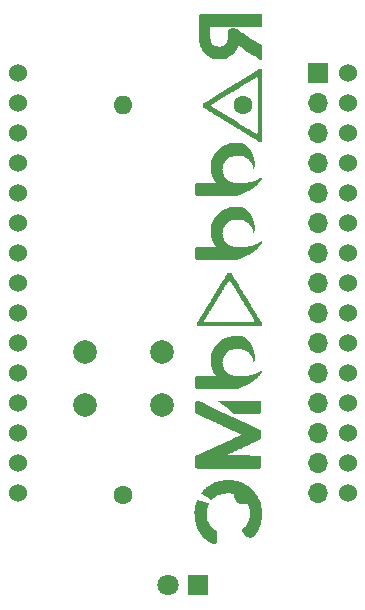
<source format=gbr>
%TF.GenerationSoftware,KiCad,Pcbnew,5.1.9*%
%TF.CreationDate,2021-03-28T18:57:00-04:00*%
%TF.ProjectId,easybutton,65617379-6275-4747-946f-6e2e6b696361,rev?*%
%TF.SameCoordinates,Original*%
%TF.FileFunction,Soldermask,Bot*%
%TF.FilePolarity,Negative*%
%FSLAX46Y46*%
G04 Gerber Fmt 4.6, Leading zero omitted, Abs format (unit mm)*
G04 Created by KiCad (PCBNEW 5.1.9) date 2021-03-28 18:57:00*
%MOMM*%
%LPD*%
G01*
G04 APERTURE LIST*
%ADD10C,0.010000*%
%ADD11C,1.524000*%
%ADD12O,1.700000X1.700000*%
%ADD13R,1.700000X1.700000*%
%ADD14R,1.800000X1.800000*%
%ADD15C,1.800000*%
%ADD16C,1.600000*%
%ADD17O,1.600000X1.600000*%
%ADD18C,2.000000*%
G04 APERTURE END LIST*
D10*
%TO.C,G\u002A\u002A\u002A*%
G36*
X141968559Y-115940840D02*
G01*
X141971852Y-116061354D01*
X141977193Y-116166693D01*
X141985222Y-116261954D01*
X141996578Y-116352233D01*
X142011900Y-116442627D01*
X142031829Y-116538231D01*
X142056585Y-116642462D01*
X142100300Y-116804572D01*
X142147891Y-116951510D01*
X142201598Y-117088358D01*
X142263662Y-117220199D01*
X142336323Y-117352115D01*
X142421822Y-117489188D01*
X142445887Y-117525487D01*
X142565839Y-117687084D01*
X142702917Y-117840311D01*
X142855009Y-117983337D01*
X143020002Y-118114328D01*
X143195783Y-118231453D01*
X143372840Y-118329207D01*
X143445391Y-118364321D01*
X143503621Y-118389743D01*
X143550567Y-118406347D01*
X143589265Y-118415007D01*
X143622752Y-118416597D01*
X143654064Y-118411991D01*
X143657531Y-118411137D01*
X143701222Y-118392750D01*
X143739670Y-118363583D01*
X143767456Y-118328567D01*
X143778016Y-118301539D01*
X143779771Y-118282317D01*
X143781178Y-118245732D01*
X143782251Y-118194390D01*
X143783002Y-118130900D01*
X143783447Y-118057871D01*
X143783598Y-117977909D01*
X143783469Y-117893625D01*
X143783075Y-117807624D01*
X143782428Y-117722517D01*
X143781542Y-117640909D01*
X143780432Y-117565411D01*
X143779110Y-117498629D01*
X143777592Y-117443172D01*
X143775889Y-117401648D01*
X143774016Y-117376665D01*
X143773124Y-117371522D01*
X143755205Y-117335250D01*
X143721771Y-117299528D01*
X143671130Y-117262794D01*
X143628161Y-117237621D01*
X143531882Y-117177609D01*
X143434769Y-117103945D01*
X143341521Y-117020930D01*
X143256836Y-116932866D01*
X143185415Y-116844054D01*
X143163702Y-116812493D01*
X143087746Y-116681197D01*
X143023071Y-116538334D01*
X142972090Y-116390078D01*
X142937214Y-116242603D01*
X142934237Y-116225320D01*
X142925584Y-116156062D01*
X142919485Y-116071943D01*
X142915911Y-115977720D01*
X142914835Y-115878149D01*
X142916225Y-115777986D01*
X142920055Y-115681988D01*
X142926293Y-115594911D01*
X142934912Y-115521511D01*
X142938679Y-115498880D01*
X142963977Y-115388062D01*
X142999444Y-115270582D01*
X143042209Y-115155359D01*
X143069181Y-115093177D01*
X143084342Y-115057627D01*
X143094120Y-115029347D01*
X143096954Y-115013074D01*
X143096169Y-115011199D01*
X143083617Y-115005970D01*
X143055931Y-114996993D01*
X143017635Y-114985679D01*
X142986760Y-114977076D01*
X142906480Y-114954603D01*
X142811127Y-114926754D01*
X142699699Y-114893227D01*
X142571192Y-114853720D01*
X142424603Y-114807930D01*
X142404881Y-114801725D01*
X142342978Y-114782444D01*
X142287131Y-114765444D01*
X142240418Y-114751631D01*
X142205920Y-114741910D01*
X142186718Y-114737187D01*
X142184316Y-114736880D01*
X142175228Y-114746306D01*
X142162251Y-114772773D01*
X142146245Y-114813564D01*
X142128069Y-114865964D01*
X142108582Y-114927256D01*
X142088643Y-114994723D01*
X142069112Y-115065648D01*
X142050847Y-115137316D01*
X142034708Y-115207010D01*
X142032753Y-115216057D01*
X142010547Y-115325994D01*
X141993461Y-115426527D01*
X141981046Y-115522740D01*
X141972850Y-115619717D01*
X141968423Y-115722541D01*
X141967315Y-115836295D01*
X141968559Y-115940840D01*
G37*
X141968559Y-115940840D02*
X141971852Y-116061354D01*
X141977193Y-116166693D01*
X141985222Y-116261954D01*
X141996578Y-116352233D01*
X142011900Y-116442627D01*
X142031829Y-116538231D01*
X142056585Y-116642462D01*
X142100300Y-116804572D01*
X142147891Y-116951510D01*
X142201598Y-117088358D01*
X142263662Y-117220199D01*
X142336323Y-117352115D01*
X142421822Y-117489188D01*
X142445887Y-117525487D01*
X142565839Y-117687084D01*
X142702917Y-117840311D01*
X142855009Y-117983337D01*
X143020002Y-118114328D01*
X143195783Y-118231453D01*
X143372840Y-118329207D01*
X143445391Y-118364321D01*
X143503621Y-118389743D01*
X143550567Y-118406347D01*
X143589265Y-118415007D01*
X143622752Y-118416597D01*
X143654064Y-118411991D01*
X143657531Y-118411137D01*
X143701222Y-118392750D01*
X143739670Y-118363583D01*
X143767456Y-118328567D01*
X143778016Y-118301539D01*
X143779771Y-118282317D01*
X143781178Y-118245732D01*
X143782251Y-118194390D01*
X143783002Y-118130900D01*
X143783447Y-118057871D01*
X143783598Y-117977909D01*
X143783469Y-117893625D01*
X143783075Y-117807624D01*
X143782428Y-117722517D01*
X143781542Y-117640909D01*
X143780432Y-117565411D01*
X143779110Y-117498629D01*
X143777592Y-117443172D01*
X143775889Y-117401648D01*
X143774016Y-117376665D01*
X143773124Y-117371522D01*
X143755205Y-117335250D01*
X143721771Y-117299528D01*
X143671130Y-117262794D01*
X143628161Y-117237621D01*
X143531882Y-117177609D01*
X143434769Y-117103945D01*
X143341521Y-117020930D01*
X143256836Y-116932866D01*
X143185415Y-116844054D01*
X143163702Y-116812493D01*
X143087746Y-116681197D01*
X143023071Y-116538334D01*
X142972090Y-116390078D01*
X142937214Y-116242603D01*
X142934237Y-116225320D01*
X142925584Y-116156062D01*
X142919485Y-116071943D01*
X142915911Y-115977720D01*
X142914835Y-115878149D01*
X142916225Y-115777986D01*
X142920055Y-115681988D01*
X142926293Y-115594911D01*
X142934912Y-115521511D01*
X142938679Y-115498880D01*
X142963977Y-115388062D01*
X142999444Y-115270582D01*
X143042209Y-115155359D01*
X143069181Y-115093177D01*
X143084342Y-115057627D01*
X143094120Y-115029347D01*
X143096954Y-115013074D01*
X143096169Y-115011199D01*
X143083617Y-115005970D01*
X143055931Y-114996993D01*
X143017635Y-114985679D01*
X142986760Y-114977076D01*
X142906480Y-114954603D01*
X142811127Y-114926754D01*
X142699699Y-114893227D01*
X142571192Y-114853720D01*
X142424603Y-114807930D01*
X142404881Y-114801725D01*
X142342978Y-114782444D01*
X142287131Y-114765444D01*
X142240418Y-114751631D01*
X142205920Y-114741910D01*
X142186718Y-114737187D01*
X142184316Y-114736880D01*
X142175228Y-114746306D01*
X142162251Y-114772773D01*
X142146245Y-114813564D01*
X142128069Y-114865964D01*
X142108582Y-114927256D01*
X142088643Y-114994723D01*
X142069112Y-115065648D01*
X142050847Y-115137316D01*
X142034708Y-115207010D01*
X142032753Y-115216057D01*
X142010547Y-115325994D01*
X141993461Y-115426527D01*
X141981046Y-115522740D01*
X141972850Y-115619717D01*
X141968423Y-115722541D01*
X141967315Y-115836295D01*
X141968559Y-115940840D01*
G36*
X142016784Y-111555742D02*
G01*
X142017202Y-111632607D01*
X142017878Y-111703679D01*
X142018811Y-111766058D01*
X142019999Y-111816843D01*
X142021441Y-111853133D01*
X142023137Y-111872027D01*
X142023147Y-111872077D01*
X142037863Y-111905695D01*
X142065358Y-111940060D01*
X142099345Y-111968890D01*
X142133535Y-111985908D01*
X142138277Y-111987051D01*
X142151267Y-111987640D01*
X142183714Y-111988214D01*
X142234756Y-111988773D01*
X142303529Y-111989314D01*
X142389172Y-111989834D01*
X142490821Y-111990331D01*
X142607613Y-111990804D01*
X142738687Y-111991250D01*
X142883179Y-111991667D01*
X143040227Y-111992053D01*
X143208968Y-111992405D01*
X143388538Y-111992721D01*
X143578077Y-111993000D01*
X143776720Y-111993238D01*
X143983605Y-111993434D01*
X144197869Y-111993586D01*
X144418651Y-111993692D01*
X144645086Y-111993748D01*
X144785079Y-111993758D01*
X145014529Y-111993732D01*
X145238849Y-111993656D01*
X145457176Y-111993532D01*
X145668648Y-111993363D01*
X145872403Y-111993149D01*
X146067576Y-111992895D01*
X146253307Y-111992601D01*
X146428732Y-111992271D01*
X146592988Y-111991905D01*
X146745212Y-111991507D01*
X146884543Y-111991079D01*
X147010117Y-111990622D01*
X147121071Y-111990139D01*
X147216543Y-111989632D01*
X147295670Y-111989104D01*
X147357590Y-111988556D01*
X147401439Y-111987991D01*
X147426355Y-111987410D01*
X147431882Y-111987051D01*
X147470496Y-111970360D01*
X147506461Y-111939512D01*
X147534310Y-111900471D01*
X147548493Y-111859792D01*
X147549894Y-111839609D01*
X147551016Y-111801729D01*
X147551837Y-111748772D01*
X147552338Y-111683357D01*
X147552498Y-111608107D01*
X147552295Y-111525640D01*
X147551766Y-111445040D01*
X147550865Y-111343923D01*
X147549848Y-111261047D01*
X147548406Y-111194332D01*
X147546227Y-111141699D01*
X147543002Y-111101070D01*
X147538419Y-111070365D01*
X147532169Y-111047506D01*
X147523940Y-111030414D01*
X147513423Y-111017009D01*
X147500307Y-111005214D01*
X147484281Y-110992949D01*
X147484242Y-110992920D01*
X147480313Y-110990191D01*
X147475503Y-110987713D01*
X147468841Y-110985472D01*
X147459358Y-110983451D01*
X147446084Y-110981635D01*
X147428049Y-110980007D01*
X147404282Y-110978552D01*
X147373814Y-110977255D01*
X147335675Y-110976099D01*
X147288895Y-110975069D01*
X147232504Y-110974149D01*
X147165532Y-110973324D01*
X147087008Y-110972577D01*
X146995963Y-110971894D01*
X146891427Y-110971257D01*
X146772430Y-110970652D01*
X146638002Y-110970063D01*
X146487173Y-110969473D01*
X146318973Y-110968868D01*
X146132432Y-110968232D01*
X145926579Y-110967548D01*
X145917920Y-110967520D01*
X144378680Y-110962440D01*
X144429480Y-110938425D01*
X144461395Y-110923586D01*
X144504790Y-110903736D01*
X144552571Y-110882110D01*
X144576800Y-110871235D01*
X144609610Y-110856430D01*
X144657839Y-110834491D01*
X144718461Y-110806805D01*
X144788447Y-110774756D01*
X144864768Y-110739732D01*
X144944397Y-110703118D01*
X144993360Y-110680568D01*
X145089857Y-110636106D01*
X145195777Y-110587317D01*
X145309678Y-110534865D01*
X145430119Y-110479413D01*
X145555658Y-110421625D01*
X145684854Y-110362162D01*
X145816265Y-110301688D01*
X145948449Y-110240867D01*
X146079966Y-110180360D01*
X146209373Y-110120832D01*
X146335229Y-110062945D01*
X146456093Y-110007363D01*
X146570523Y-109954747D01*
X146677077Y-109905763D01*
X146774314Y-109861071D01*
X146860793Y-109821336D01*
X146935072Y-109787221D01*
X146995710Y-109759388D01*
X147041264Y-109738501D01*
X147070294Y-109725223D01*
X147076160Y-109722552D01*
X147181144Y-109674646D01*
X147269046Y-109633908D01*
X147341424Y-109599413D01*
X147399833Y-109570234D01*
X147445829Y-109545445D01*
X147480969Y-109524118D01*
X147506810Y-109505328D01*
X147524906Y-109488148D01*
X147536816Y-109471651D01*
X147544095Y-109454910D01*
X147547376Y-109442019D01*
X147549598Y-109420097D01*
X147551224Y-109381983D01*
X147552283Y-109331211D01*
X147552804Y-109271319D01*
X147552815Y-109205841D01*
X147552344Y-109138312D01*
X147551421Y-109072268D01*
X147550074Y-109011245D01*
X147548331Y-108958778D01*
X147546222Y-108918401D01*
X147543774Y-108893652D01*
X147542905Y-108889545D01*
X147531464Y-108863532D01*
X147511480Y-108838730D01*
X147480780Y-108813605D01*
X147437191Y-108786621D01*
X147378541Y-108756242D01*
X147307180Y-108722969D01*
X147250178Y-108697095D01*
X147180003Y-108664950D01*
X147101859Y-108628935D01*
X147020949Y-108591451D01*
X146942477Y-108554899D01*
X146910940Y-108540142D01*
X146837713Y-108505943D01*
X146751179Y-108465729D01*
X146656527Y-108421900D01*
X146558946Y-108376854D01*
X146463627Y-108332991D01*
X146375757Y-108292710D01*
X146375120Y-108292418D01*
X146290919Y-108253825D01*
X146202450Y-108213121D01*
X146114143Y-108172354D01*
X146030430Y-108133575D01*
X145955743Y-108098833D01*
X145894513Y-108070179D01*
X145887440Y-108066851D01*
X145816811Y-108033749D01*
X145739629Y-107997832D01*
X145662514Y-107962167D01*
X145592093Y-107929819D01*
X145547080Y-107909319D01*
X145502347Y-107888948D01*
X145442398Y-107861483D01*
X145370442Y-107828403D01*
X145289685Y-107791185D01*
X145203336Y-107751309D01*
X145114602Y-107710251D01*
X145028920Y-107670526D01*
X144941247Y-107629911D01*
X144853080Y-107589212D01*
X144767579Y-107549876D01*
X144687901Y-107513351D01*
X144617205Y-107481086D01*
X144558650Y-107454527D01*
X144515840Y-107435321D01*
X144461227Y-107410824D01*
X144409420Y-107387159D01*
X144364986Y-107366440D01*
X144332492Y-107350785D01*
X144322800Y-107345861D01*
X144292648Y-107330853D01*
X144250972Y-107311182D01*
X144204921Y-107290196D01*
X144185640Y-107281639D01*
X144135773Y-107259330D01*
X144076758Y-107232349D01*
X144017730Y-107204895D01*
X143987520Y-107190614D01*
X143934263Y-107165401D01*
X143877467Y-107138767D01*
X143825490Y-107114623D01*
X143799560Y-107102713D01*
X143758395Y-107083643D01*
X143720707Y-107065677D01*
X143693062Y-107051958D01*
X143687800Y-107049190D01*
X143672338Y-107041151D01*
X143640816Y-107025010D01*
X143595312Y-107001822D01*
X143537904Y-106972644D01*
X143470671Y-106938530D01*
X143395691Y-106900538D01*
X143315043Y-106859723D01*
X143276320Y-106840142D01*
X143190924Y-106796708D01*
X143107937Y-106754000D01*
X143029849Y-106713337D01*
X142959153Y-106676037D01*
X142898341Y-106643417D01*
X142849907Y-106616797D01*
X142816342Y-106597493D01*
X142808960Y-106592958D01*
X142759708Y-106563699D01*
X142704596Y-106533837D01*
X142653416Y-106508608D01*
X142639899Y-106502555D01*
X142595717Y-106482690D01*
X142552718Y-106462137D01*
X142518764Y-106444680D01*
X142512899Y-106441409D01*
X142484446Y-106426626D01*
X142461778Y-106417440D01*
X142454638Y-106415962D01*
X142439505Y-106411919D01*
X142411111Y-106401234D01*
X142374592Y-106385893D01*
X142359172Y-106379039D01*
X142317573Y-106360989D01*
X142286676Y-106350453D01*
X142259000Y-106345872D01*
X142227064Y-106345691D01*
X142204760Y-106346917D01*
X142144113Y-106355157D01*
X142097872Y-106372411D01*
X142061309Y-106400850D01*
X142044936Y-106420265D01*
X142021560Y-106451400D01*
X142021560Y-107275941D01*
X142049966Y-107313184D01*
X142056659Y-107321820D01*
X142063624Y-107329784D01*
X142072256Y-107337775D01*
X142083953Y-107346495D01*
X142100108Y-107356643D01*
X142122117Y-107368920D01*
X142151376Y-107384026D01*
X142189280Y-107402662D01*
X142237226Y-107425528D01*
X142296607Y-107453324D01*
X142368820Y-107486751D01*
X142455261Y-107526509D01*
X142557324Y-107573299D01*
X142676406Y-107627820D01*
X142681960Y-107630362D01*
X142838608Y-107702077D01*
X142978413Y-107766092D01*
X143103011Y-107823159D01*
X143214041Y-107874030D01*
X143313137Y-107919456D01*
X143401936Y-107960188D01*
X143482076Y-107996977D01*
X143555192Y-108030575D01*
X143622922Y-108061734D01*
X143686901Y-108091203D01*
X143748767Y-108119735D01*
X143810157Y-108148081D01*
X143870680Y-108176056D01*
X143944808Y-108210278D01*
X144032945Y-108250877D01*
X144130608Y-108295792D01*
X144233318Y-108342968D01*
X144336594Y-108390344D01*
X144435958Y-108435863D01*
X144495520Y-108463112D01*
X144582867Y-108503085D01*
X144670783Y-108543387D01*
X144756049Y-108582536D01*
X144835447Y-108619054D01*
X144905757Y-108651460D01*
X144963763Y-108678274D01*
X145003520Y-108696743D01*
X145044145Y-108715606D01*
X145100522Y-108741653D01*
X145169918Y-108773626D01*
X145249600Y-108810270D01*
X145336837Y-108850329D01*
X145428894Y-108892546D01*
X145523040Y-108935666D01*
X145582640Y-108962934D01*
X145670359Y-109003136D01*
X145752439Y-109040920D01*
X145827023Y-109075420D01*
X145892254Y-109105769D01*
X145946275Y-109131101D01*
X145987229Y-109150549D01*
X146013260Y-109163246D01*
X146022438Y-109168226D01*
X146021752Y-109170740D01*
X146015773Y-109175411D01*
X146003503Y-109182710D01*
X145983943Y-109193106D01*
X145956093Y-109207069D01*
X145918954Y-109225069D01*
X145871527Y-109247575D01*
X145812813Y-109275057D01*
X145741814Y-109307986D01*
X145657529Y-109346830D01*
X145558960Y-109392060D01*
X145445108Y-109444146D01*
X145314974Y-109503557D01*
X145167558Y-109570763D01*
X145130520Y-109587638D01*
X145043336Y-109627408D01*
X144955249Y-109667684D01*
X144869574Y-109706943D01*
X144789626Y-109743664D01*
X144718721Y-109776324D01*
X144660175Y-109803400D01*
X144622520Y-109820926D01*
X144575282Y-109842885D01*
X144513153Y-109871557D01*
X144439755Y-109905283D01*
X144358711Y-109942401D01*
X144273642Y-109981252D01*
X144188173Y-110020175D01*
X144145000Y-110039789D01*
X144060747Y-110078089D01*
X143975022Y-110117160D01*
X143891447Y-110155344D01*
X143813643Y-110190984D01*
X143745234Y-110222421D01*
X143689841Y-110247997D01*
X143667480Y-110258384D01*
X143611327Y-110284442D01*
X143542094Y-110316401D01*
X143465201Y-110351765D01*
X143386074Y-110388044D01*
X143310135Y-110422742D01*
X143291560Y-110431207D01*
X143160330Y-110490985D01*
X143045668Y-110543236D01*
X142945644Y-110588847D01*
X142858328Y-110628702D01*
X142781791Y-110663686D01*
X142714101Y-110694682D01*
X142653330Y-110722576D01*
X142597548Y-110748253D01*
X142544823Y-110772597D01*
X142493227Y-110796492D01*
X142440830Y-110820823D01*
X142392400Y-110843356D01*
X142326821Y-110873763D01*
X142266403Y-110901540D01*
X142213869Y-110925451D01*
X142171946Y-110944264D01*
X142143358Y-110956744D01*
X142131528Y-110961468D01*
X142104988Y-110976529D01*
X142075081Y-111003112D01*
X142047543Y-111034933D01*
X142028112Y-111065713D01*
X142022848Y-111080456D01*
X142021165Y-111099215D01*
X142019749Y-111135391D01*
X142018597Y-111186083D01*
X142017711Y-111248389D01*
X142017087Y-111319410D01*
X142016725Y-111396243D01*
X142016625Y-111475988D01*
X142016784Y-111555742D01*
G37*
X142016784Y-111555742D02*
X142017202Y-111632607D01*
X142017878Y-111703679D01*
X142018811Y-111766058D01*
X142019999Y-111816843D01*
X142021441Y-111853133D01*
X142023137Y-111872027D01*
X142023147Y-111872077D01*
X142037863Y-111905695D01*
X142065358Y-111940060D01*
X142099345Y-111968890D01*
X142133535Y-111985908D01*
X142138277Y-111987051D01*
X142151267Y-111987640D01*
X142183714Y-111988214D01*
X142234756Y-111988773D01*
X142303529Y-111989314D01*
X142389172Y-111989834D01*
X142490821Y-111990331D01*
X142607613Y-111990804D01*
X142738687Y-111991250D01*
X142883179Y-111991667D01*
X143040227Y-111992053D01*
X143208968Y-111992405D01*
X143388538Y-111992721D01*
X143578077Y-111993000D01*
X143776720Y-111993238D01*
X143983605Y-111993434D01*
X144197869Y-111993586D01*
X144418651Y-111993692D01*
X144645086Y-111993748D01*
X144785079Y-111993758D01*
X145014529Y-111993732D01*
X145238849Y-111993656D01*
X145457176Y-111993532D01*
X145668648Y-111993363D01*
X145872403Y-111993149D01*
X146067576Y-111992895D01*
X146253307Y-111992601D01*
X146428732Y-111992271D01*
X146592988Y-111991905D01*
X146745212Y-111991507D01*
X146884543Y-111991079D01*
X147010117Y-111990622D01*
X147121071Y-111990139D01*
X147216543Y-111989632D01*
X147295670Y-111989104D01*
X147357590Y-111988556D01*
X147401439Y-111987991D01*
X147426355Y-111987410D01*
X147431882Y-111987051D01*
X147470496Y-111970360D01*
X147506461Y-111939512D01*
X147534310Y-111900471D01*
X147548493Y-111859792D01*
X147549894Y-111839609D01*
X147551016Y-111801729D01*
X147551837Y-111748772D01*
X147552338Y-111683357D01*
X147552498Y-111608107D01*
X147552295Y-111525640D01*
X147551766Y-111445040D01*
X147550865Y-111343923D01*
X147549848Y-111261047D01*
X147548406Y-111194332D01*
X147546227Y-111141699D01*
X147543002Y-111101070D01*
X147538419Y-111070365D01*
X147532169Y-111047506D01*
X147523940Y-111030414D01*
X147513423Y-111017009D01*
X147500307Y-111005214D01*
X147484281Y-110992949D01*
X147484242Y-110992920D01*
X147480313Y-110990191D01*
X147475503Y-110987713D01*
X147468841Y-110985472D01*
X147459358Y-110983451D01*
X147446084Y-110981635D01*
X147428049Y-110980007D01*
X147404282Y-110978552D01*
X147373814Y-110977255D01*
X147335675Y-110976099D01*
X147288895Y-110975069D01*
X147232504Y-110974149D01*
X147165532Y-110973324D01*
X147087008Y-110972577D01*
X146995963Y-110971894D01*
X146891427Y-110971257D01*
X146772430Y-110970652D01*
X146638002Y-110970063D01*
X146487173Y-110969473D01*
X146318973Y-110968868D01*
X146132432Y-110968232D01*
X145926579Y-110967548D01*
X145917920Y-110967520D01*
X144378680Y-110962440D01*
X144429480Y-110938425D01*
X144461395Y-110923586D01*
X144504790Y-110903736D01*
X144552571Y-110882110D01*
X144576800Y-110871235D01*
X144609610Y-110856430D01*
X144657839Y-110834491D01*
X144718461Y-110806805D01*
X144788447Y-110774756D01*
X144864768Y-110739732D01*
X144944397Y-110703118D01*
X144993360Y-110680568D01*
X145089857Y-110636106D01*
X145195777Y-110587317D01*
X145309678Y-110534865D01*
X145430119Y-110479413D01*
X145555658Y-110421625D01*
X145684854Y-110362162D01*
X145816265Y-110301688D01*
X145948449Y-110240867D01*
X146079966Y-110180360D01*
X146209373Y-110120832D01*
X146335229Y-110062945D01*
X146456093Y-110007363D01*
X146570523Y-109954747D01*
X146677077Y-109905763D01*
X146774314Y-109861071D01*
X146860793Y-109821336D01*
X146935072Y-109787221D01*
X146995710Y-109759388D01*
X147041264Y-109738501D01*
X147070294Y-109725223D01*
X147076160Y-109722552D01*
X147181144Y-109674646D01*
X147269046Y-109633908D01*
X147341424Y-109599413D01*
X147399833Y-109570234D01*
X147445829Y-109545445D01*
X147480969Y-109524118D01*
X147506810Y-109505328D01*
X147524906Y-109488148D01*
X147536816Y-109471651D01*
X147544095Y-109454910D01*
X147547376Y-109442019D01*
X147549598Y-109420097D01*
X147551224Y-109381983D01*
X147552283Y-109331211D01*
X147552804Y-109271319D01*
X147552815Y-109205841D01*
X147552344Y-109138312D01*
X147551421Y-109072268D01*
X147550074Y-109011245D01*
X147548331Y-108958778D01*
X147546222Y-108918401D01*
X147543774Y-108893652D01*
X147542905Y-108889545D01*
X147531464Y-108863532D01*
X147511480Y-108838730D01*
X147480780Y-108813605D01*
X147437191Y-108786621D01*
X147378541Y-108756242D01*
X147307180Y-108722969D01*
X147250178Y-108697095D01*
X147180003Y-108664950D01*
X147101859Y-108628935D01*
X147020949Y-108591451D01*
X146942477Y-108554899D01*
X146910940Y-108540142D01*
X146837713Y-108505943D01*
X146751179Y-108465729D01*
X146656527Y-108421900D01*
X146558946Y-108376854D01*
X146463627Y-108332991D01*
X146375757Y-108292710D01*
X146375120Y-108292418D01*
X146290919Y-108253825D01*
X146202450Y-108213121D01*
X146114143Y-108172354D01*
X146030430Y-108133575D01*
X145955743Y-108098833D01*
X145894513Y-108070179D01*
X145887440Y-108066851D01*
X145816811Y-108033749D01*
X145739629Y-107997832D01*
X145662514Y-107962167D01*
X145592093Y-107929819D01*
X145547080Y-107909319D01*
X145502347Y-107888948D01*
X145442398Y-107861483D01*
X145370442Y-107828403D01*
X145289685Y-107791185D01*
X145203336Y-107751309D01*
X145114602Y-107710251D01*
X145028920Y-107670526D01*
X144941247Y-107629911D01*
X144853080Y-107589212D01*
X144767579Y-107549876D01*
X144687901Y-107513351D01*
X144617205Y-107481086D01*
X144558650Y-107454527D01*
X144515840Y-107435321D01*
X144461227Y-107410824D01*
X144409420Y-107387159D01*
X144364986Y-107366440D01*
X144332492Y-107350785D01*
X144322800Y-107345861D01*
X144292648Y-107330853D01*
X144250972Y-107311182D01*
X144204921Y-107290196D01*
X144185640Y-107281639D01*
X144135773Y-107259330D01*
X144076758Y-107232349D01*
X144017730Y-107204895D01*
X143987520Y-107190614D01*
X143934263Y-107165401D01*
X143877467Y-107138767D01*
X143825490Y-107114623D01*
X143799560Y-107102713D01*
X143758395Y-107083643D01*
X143720707Y-107065677D01*
X143693062Y-107051958D01*
X143687800Y-107049190D01*
X143672338Y-107041151D01*
X143640816Y-107025010D01*
X143595312Y-107001822D01*
X143537904Y-106972644D01*
X143470671Y-106938530D01*
X143395691Y-106900538D01*
X143315043Y-106859723D01*
X143276320Y-106840142D01*
X143190924Y-106796708D01*
X143107937Y-106754000D01*
X143029849Y-106713337D01*
X142959153Y-106676037D01*
X142898341Y-106643417D01*
X142849907Y-106616797D01*
X142816342Y-106597493D01*
X142808960Y-106592958D01*
X142759708Y-106563699D01*
X142704596Y-106533837D01*
X142653416Y-106508608D01*
X142639899Y-106502555D01*
X142595717Y-106482690D01*
X142552718Y-106462137D01*
X142518764Y-106444680D01*
X142512899Y-106441409D01*
X142484446Y-106426626D01*
X142461778Y-106417440D01*
X142454638Y-106415962D01*
X142439505Y-106411919D01*
X142411111Y-106401234D01*
X142374592Y-106385893D01*
X142359172Y-106379039D01*
X142317573Y-106360989D01*
X142286676Y-106350453D01*
X142259000Y-106345872D01*
X142227064Y-106345691D01*
X142204760Y-106346917D01*
X142144113Y-106355157D01*
X142097872Y-106372411D01*
X142061309Y-106400850D01*
X142044936Y-106420265D01*
X142021560Y-106451400D01*
X142021560Y-107275941D01*
X142049966Y-107313184D01*
X142056659Y-107321820D01*
X142063624Y-107329784D01*
X142072256Y-107337775D01*
X142083953Y-107346495D01*
X142100108Y-107356643D01*
X142122117Y-107368920D01*
X142151376Y-107384026D01*
X142189280Y-107402662D01*
X142237226Y-107425528D01*
X142296607Y-107453324D01*
X142368820Y-107486751D01*
X142455261Y-107526509D01*
X142557324Y-107573299D01*
X142676406Y-107627820D01*
X142681960Y-107630362D01*
X142838608Y-107702077D01*
X142978413Y-107766092D01*
X143103011Y-107823159D01*
X143214041Y-107874030D01*
X143313137Y-107919456D01*
X143401936Y-107960188D01*
X143482076Y-107996977D01*
X143555192Y-108030575D01*
X143622922Y-108061734D01*
X143686901Y-108091203D01*
X143748767Y-108119735D01*
X143810157Y-108148081D01*
X143870680Y-108176056D01*
X143944808Y-108210278D01*
X144032945Y-108250877D01*
X144130608Y-108295792D01*
X144233318Y-108342968D01*
X144336594Y-108390344D01*
X144435958Y-108435863D01*
X144495520Y-108463112D01*
X144582867Y-108503085D01*
X144670783Y-108543387D01*
X144756049Y-108582536D01*
X144835447Y-108619054D01*
X144905757Y-108651460D01*
X144963763Y-108678274D01*
X145003520Y-108696743D01*
X145044145Y-108715606D01*
X145100522Y-108741653D01*
X145169918Y-108773626D01*
X145249600Y-108810270D01*
X145336837Y-108850329D01*
X145428894Y-108892546D01*
X145523040Y-108935666D01*
X145582640Y-108962934D01*
X145670359Y-109003136D01*
X145752439Y-109040920D01*
X145827023Y-109075420D01*
X145892254Y-109105769D01*
X145946275Y-109131101D01*
X145987229Y-109150549D01*
X146013260Y-109163246D01*
X146022438Y-109168226D01*
X146021752Y-109170740D01*
X146015773Y-109175411D01*
X146003503Y-109182710D01*
X145983943Y-109193106D01*
X145956093Y-109207069D01*
X145918954Y-109225069D01*
X145871527Y-109247575D01*
X145812813Y-109275057D01*
X145741814Y-109307986D01*
X145657529Y-109346830D01*
X145558960Y-109392060D01*
X145445108Y-109444146D01*
X145314974Y-109503557D01*
X145167558Y-109570763D01*
X145130520Y-109587638D01*
X145043336Y-109627408D01*
X144955249Y-109667684D01*
X144869574Y-109706943D01*
X144789626Y-109743664D01*
X144718721Y-109776324D01*
X144660175Y-109803400D01*
X144622520Y-109820926D01*
X144575282Y-109842885D01*
X144513153Y-109871557D01*
X144439755Y-109905283D01*
X144358711Y-109942401D01*
X144273642Y-109981252D01*
X144188173Y-110020175D01*
X144145000Y-110039789D01*
X144060747Y-110078089D01*
X143975022Y-110117160D01*
X143891447Y-110155344D01*
X143813643Y-110190984D01*
X143745234Y-110222421D01*
X143689841Y-110247997D01*
X143667480Y-110258384D01*
X143611327Y-110284442D01*
X143542094Y-110316401D01*
X143465201Y-110351765D01*
X143386074Y-110388044D01*
X143310135Y-110422742D01*
X143291560Y-110431207D01*
X143160330Y-110490985D01*
X143045668Y-110543236D01*
X142945644Y-110588847D01*
X142858328Y-110628702D01*
X142781791Y-110663686D01*
X142714101Y-110694682D01*
X142653330Y-110722576D01*
X142597548Y-110748253D01*
X142544823Y-110772597D01*
X142493227Y-110796492D01*
X142440830Y-110820823D01*
X142392400Y-110843356D01*
X142326821Y-110873763D01*
X142266403Y-110901540D01*
X142213869Y-110925451D01*
X142171946Y-110944264D01*
X142143358Y-110956744D01*
X142131528Y-110961468D01*
X142104988Y-110976529D01*
X142075081Y-111003112D01*
X142047543Y-111034933D01*
X142028112Y-111065713D01*
X142022848Y-111080456D01*
X142021165Y-111099215D01*
X142019749Y-111135391D01*
X142018597Y-111186083D01*
X142017711Y-111248389D01*
X142017087Y-111319410D01*
X142016725Y-111396243D01*
X142016625Y-111475988D01*
X142016784Y-111555742D01*
G36*
X144033240Y-106383573D02*
G01*
X144098919Y-106421510D01*
X144171702Y-106467759D01*
X144243559Y-106517077D01*
X144289262Y-106550809D01*
X144321510Y-106574410D01*
X144361099Y-106601893D01*
X144390862Y-106621684D01*
X144443360Y-106657669D01*
X144500009Y-106700485D01*
X144562359Y-106751486D01*
X144631962Y-106812025D01*
X144710368Y-106883452D01*
X144799129Y-106967123D01*
X144899795Y-107064388D01*
X144910763Y-107075096D01*
X144962341Y-107123793D01*
X145022606Y-107178041D01*
X145084009Y-107231175D01*
X145138253Y-107275935D01*
X145257747Y-107371238D01*
X146342213Y-107368519D01*
X146514408Y-107368075D01*
X146667458Y-107367642D01*
X146802537Y-107367198D01*
X146920820Y-107366719D01*
X147023481Y-107366183D01*
X147111696Y-107365566D01*
X147186638Y-107364847D01*
X147249483Y-107364002D01*
X147301406Y-107363009D01*
X147343580Y-107361845D01*
X147377180Y-107360487D01*
X147403382Y-107358913D01*
X147423359Y-107357099D01*
X147438287Y-107355023D01*
X147449340Y-107352662D01*
X147457692Y-107349993D01*
X147464519Y-107346995D01*
X147464980Y-107346767D01*
X147496107Y-107326110D01*
X147522794Y-107300103D01*
X147525940Y-107295967D01*
X147531699Y-107287477D01*
X147536397Y-107278386D01*
X147540150Y-107266649D01*
X147543074Y-107250217D01*
X147545287Y-107227045D01*
X147546904Y-107195087D01*
X147548041Y-107152296D01*
X147548815Y-107096625D01*
X147549343Y-107026028D01*
X147549739Y-106938458D01*
X147549977Y-106873040D01*
X147550171Y-106785057D01*
X147550130Y-106702854D01*
X147549872Y-106628789D01*
X147549414Y-106565220D01*
X147548775Y-106514507D01*
X147547973Y-106479008D01*
X147547025Y-106461082D01*
X147546856Y-106459980D01*
X147533658Y-106432931D01*
X147507864Y-106403233D01*
X147475464Y-106376453D01*
X147442450Y-106358153D01*
X147434265Y-106355404D01*
X147418980Y-106353845D01*
X147384749Y-106352415D01*
X147331457Y-106351114D01*
X147258993Y-106349941D01*
X147167244Y-106348896D01*
X147056096Y-106347977D01*
X146925438Y-106347184D01*
X146775156Y-106346517D01*
X146605138Y-106345975D01*
X146415271Y-106345556D01*
X146205443Y-106345262D01*
X145975540Y-106345090D01*
X145725450Y-106345040D01*
X145679160Y-106345043D01*
X143962120Y-106345254D01*
X144033240Y-106383573D01*
G37*
X144033240Y-106383573D02*
X144098919Y-106421510D01*
X144171702Y-106467759D01*
X144243559Y-106517077D01*
X144289262Y-106550809D01*
X144321510Y-106574410D01*
X144361099Y-106601893D01*
X144390862Y-106621684D01*
X144443360Y-106657669D01*
X144500009Y-106700485D01*
X144562359Y-106751486D01*
X144631962Y-106812025D01*
X144710368Y-106883452D01*
X144799129Y-106967123D01*
X144899795Y-107064388D01*
X144910763Y-107075096D01*
X144962341Y-107123793D01*
X145022606Y-107178041D01*
X145084009Y-107231175D01*
X145138253Y-107275935D01*
X145257747Y-107371238D01*
X146342213Y-107368519D01*
X146514408Y-107368075D01*
X146667458Y-107367642D01*
X146802537Y-107367198D01*
X146920820Y-107366719D01*
X147023481Y-107366183D01*
X147111696Y-107365566D01*
X147186638Y-107364847D01*
X147249483Y-107364002D01*
X147301406Y-107363009D01*
X147343580Y-107361845D01*
X147377180Y-107360487D01*
X147403382Y-107358913D01*
X147423359Y-107357099D01*
X147438287Y-107355023D01*
X147449340Y-107352662D01*
X147457692Y-107349993D01*
X147464519Y-107346995D01*
X147464980Y-107346767D01*
X147496107Y-107326110D01*
X147522794Y-107300103D01*
X147525940Y-107295967D01*
X147531699Y-107287477D01*
X147536397Y-107278386D01*
X147540150Y-107266649D01*
X147543074Y-107250217D01*
X147545287Y-107227045D01*
X147546904Y-107195087D01*
X147548041Y-107152296D01*
X147548815Y-107096625D01*
X147549343Y-107026028D01*
X147549739Y-106938458D01*
X147549977Y-106873040D01*
X147550171Y-106785057D01*
X147550130Y-106702854D01*
X147549872Y-106628789D01*
X147549414Y-106565220D01*
X147548775Y-106514507D01*
X147547973Y-106479008D01*
X147547025Y-106461082D01*
X147546856Y-106459980D01*
X147533658Y-106432931D01*
X147507864Y-106403233D01*
X147475464Y-106376453D01*
X147442450Y-106358153D01*
X147434265Y-106355404D01*
X147418980Y-106353845D01*
X147384749Y-106352415D01*
X147331457Y-106351114D01*
X147258993Y-106349941D01*
X147167244Y-106348896D01*
X147056096Y-106347977D01*
X146925438Y-106347184D01*
X146775156Y-106346517D01*
X146605138Y-106345975D01*
X146415271Y-106345556D01*
X146205443Y-106345262D01*
X145975540Y-106345090D01*
X145725450Y-106345040D01*
X145679160Y-106345043D01*
X143962120Y-106345254D01*
X144033240Y-106383573D01*
G36*
X142178711Y-99846678D02*
G01*
X142206978Y-99893400D01*
X142249364Y-99930978D01*
X142283644Y-99954080D01*
X144885642Y-99954042D01*
X145157252Y-99954036D01*
X145409285Y-99954023D01*
X145642483Y-99953998D01*
X145857588Y-99953955D01*
X146055343Y-99953888D01*
X146236490Y-99953791D01*
X146401772Y-99953659D01*
X146551931Y-99953485D01*
X146687709Y-99953265D01*
X146809850Y-99952993D01*
X146919095Y-99952662D01*
X147016188Y-99952268D01*
X147101870Y-99951804D01*
X147176883Y-99951264D01*
X147241971Y-99950644D01*
X147297876Y-99949937D01*
X147345340Y-99949138D01*
X147385106Y-99948241D01*
X147417916Y-99947240D01*
X147444513Y-99946129D01*
X147465639Y-99944904D01*
X147482036Y-99943557D01*
X147494447Y-99942084D01*
X147503615Y-99940479D01*
X147510282Y-99938736D01*
X147515190Y-99936849D01*
X147519082Y-99934813D01*
X147520752Y-99933814D01*
X147560354Y-99898606D01*
X147585393Y-99852669D01*
X147594919Y-99800364D01*
X147587983Y-99746046D01*
X147570577Y-99705160D01*
X147560228Y-99687801D01*
X147540493Y-99655211D01*
X147512639Y-99609465D01*
X147477934Y-99552636D01*
X147437644Y-99486797D01*
X147393035Y-99414021D01*
X147345376Y-99336384D01*
X147325378Y-99303840D01*
X147271795Y-99216651D01*
X147211603Y-99118681D01*
X147146020Y-99011915D01*
X147076265Y-98898336D01*
X147003556Y-98779931D01*
X146929111Y-98658683D01*
X146854148Y-98536578D01*
X146779886Y-98415599D01*
X146707543Y-98297732D01*
X146638337Y-98184960D01*
X146573486Y-98079270D01*
X146514209Y-97982645D01*
X146461724Y-97897070D01*
X146417250Y-97824530D01*
X146382003Y-97767009D01*
X146377416Y-97759520D01*
X146344538Y-97705912D01*
X146313542Y-97655524D01*
X146286714Y-97612060D01*
X146266338Y-97579222D01*
X146256103Y-97562909D01*
X146249087Y-97551772D01*
X146239088Y-97535719D01*
X146225455Y-97513686D01*
X146207534Y-97484606D01*
X146184672Y-97447416D01*
X146156217Y-97401051D01*
X146121515Y-97344446D01*
X146079914Y-97276536D01*
X146030760Y-97196257D01*
X145973402Y-97102542D01*
X145907185Y-96994329D01*
X145831457Y-96870551D01*
X145775500Y-96779080D01*
X145692723Y-96643827D01*
X145611616Y-96511432D01*
X145532879Y-96383030D01*
X145457213Y-96259755D01*
X145385315Y-96142742D01*
X145317885Y-96033126D01*
X145255623Y-95932042D01*
X145199229Y-95840625D01*
X145149401Y-95760010D01*
X145106838Y-95691331D01*
X145072241Y-95635723D01*
X145046309Y-95594321D01*
X145029741Y-95568261D01*
X145023840Y-95559409D01*
X144984087Y-95520532D01*
X144934373Y-95498989D01*
X144897839Y-95495006D01*
X144897839Y-96074810D01*
X144941254Y-96088173D01*
X144949820Y-96092949D01*
X144958417Y-96098180D01*
X144966112Y-96103465D01*
X144973956Y-96110388D01*
X144983001Y-96120534D01*
X144994297Y-96135485D01*
X145008897Y-96156827D01*
X145027852Y-96186141D01*
X145052212Y-96225013D01*
X145083031Y-96275026D01*
X145121358Y-96337763D01*
X145168246Y-96414809D01*
X145219841Y-96499680D01*
X145272221Y-96585624D01*
X145329726Y-96679612D01*
X145389326Y-96776715D01*
X145447991Y-96872003D01*
X145502690Y-96960548D01*
X145550392Y-97037422D01*
X145557179Y-97048320D01*
X145588310Y-97098431D01*
X145628784Y-97163834D01*
X145677343Y-97242482D01*
X145732729Y-97332333D01*
X145793685Y-97431341D01*
X145858951Y-97537462D01*
X145927270Y-97648652D01*
X145997384Y-97762866D01*
X146068034Y-97878059D01*
X146126137Y-97972880D01*
X146192804Y-98081701D01*
X146257374Y-98187058D01*
X146318915Y-98287432D01*
X146376494Y-98381304D01*
X146429180Y-98467156D01*
X146476039Y-98543469D01*
X146516140Y-98608724D01*
X146548550Y-98661403D01*
X146572337Y-98699987D01*
X146586568Y-98722956D01*
X146587670Y-98724720D01*
X146609915Y-98760955D01*
X146628178Y-98791997D01*
X146639544Y-98812837D01*
X146641458Y-98817065D01*
X146648700Y-98830972D01*
X146664684Y-98858746D01*
X146687412Y-98897006D01*
X146714886Y-98942369D01*
X146731507Y-98969465D01*
X146804062Y-99087483D01*
X146866324Y-99189385D01*
X146918894Y-99276205D01*
X146962371Y-99348980D01*
X146997356Y-99408747D01*
X147024448Y-99456542D01*
X147044248Y-99493402D01*
X147057356Y-99520362D01*
X147064371Y-99538459D01*
X147066000Y-99547198D01*
X147057669Y-99576937D01*
X147039345Y-99602043D01*
X147010943Y-99623349D01*
X146979227Y-99637931D01*
X146978347Y-99638180D01*
X146964298Y-99639258D01*
X146931156Y-99640221D01*
X146880086Y-99641074D01*
X146812255Y-99641818D01*
X146728828Y-99642457D01*
X146630972Y-99642993D01*
X146519851Y-99643430D01*
X146396633Y-99643771D01*
X146262482Y-99644018D01*
X146118565Y-99644174D01*
X145966047Y-99644243D01*
X145806095Y-99644227D01*
X145639875Y-99644129D01*
X145468551Y-99643953D01*
X145293291Y-99643701D01*
X145115259Y-99643376D01*
X144935623Y-99642981D01*
X144755547Y-99642519D01*
X144576197Y-99641993D01*
X144398740Y-99641406D01*
X144224341Y-99640761D01*
X144054167Y-99640060D01*
X143889382Y-99639308D01*
X143731154Y-99638506D01*
X143580647Y-99637658D01*
X143439028Y-99636766D01*
X143307462Y-99635834D01*
X143187116Y-99634865D01*
X143079155Y-99633861D01*
X142984745Y-99632825D01*
X142905052Y-99631761D01*
X142841243Y-99630671D01*
X142794481Y-99629558D01*
X142765935Y-99628426D01*
X142756978Y-99627501D01*
X142726715Y-99606167D01*
X142710803Y-99571068D01*
X142709532Y-99525277D01*
X142714387Y-99504047D01*
X142725549Y-99476068D01*
X142744209Y-99439032D01*
X142771559Y-99390635D01*
X142808791Y-99328572D01*
X142824073Y-99303687D01*
X142850536Y-99260734D01*
X142886173Y-99202806D01*
X142929542Y-99132252D01*
X142979200Y-99051421D01*
X143033704Y-98962664D01*
X143091610Y-98868329D01*
X143151476Y-98770767D01*
X143211858Y-98672326D01*
X143238917Y-98628200D01*
X143301231Y-98526581D01*
X143365420Y-98421917D01*
X143429770Y-98317005D01*
X143492564Y-98214641D01*
X143552087Y-98117622D01*
X143606623Y-98028745D01*
X143654457Y-97950805D01*
X143693873Y-97886600D01*
X143703281Y-97871280D01*
X143746663Y-97800628D01*
X143798171Y-97716725D01*
X143855307Y-97623641D01*
X143915573Y-97525446D01*
X143976470Y-97426210D01*
X144035501Y-97330004D01*
X144080828Y-97256123D01*
X144133800Y-97169993D01*
X144188486Y-97081472D01*
X144242841Y-96993844D01*
X144294817Y-96910395D01*
X144342369Y-96834411D01*
X144383449Y-96769178D01*
X144416011Y-96717981D01*
X144416228Y-96717643D01*
X144458378Y-96651474D01*
X144507277Y-96574000D01*
X144559128Y-96491284D01*
X144610130Y-96409389D01*
X144656487Y-96334378D01*
X144662600Y-96324428D01*
X144699948Y-96264467D01*
X144735244Y-96209433D01*
X144766685Y-96162012D01*
X144792467Y-96124892D01*
X144810783Y-96100758D01*
X144817856Y-96093288D01*
X144854430Y-96076521D01*
X144897839Y-96074810D01*
X144897839Y-95495006D01*
X144887147Y-95493840D01*
X144830248Y-95499672D01*
X144786019Y-95518496D01*
X144750045Y-95552299D01*
X144746169Y-95557329D01*
X144737999Y-95569320D01*
X144722792Y-95592914D01*
X144700292Y-95628524D01*
X144670244Y-95676565D01*
X144632393Y-95737451D01*
X144586482Y-95811597D01*
X144532258Y-95899418D01*
X144469463Y-96001327D01*
X144397844Y-96117740D01*
X144317144Y-96249071D01*
X144227107Y-96395735D01*
X144127479Y-96558145D01*
X144018004Y-96736717D01*
X143898427Y-96931865D01*
X143786646Y-97114360D01*
X143744006Y-97183931D01*
X143699791Y-97255979D01*
X143656698Y-97326115D01*
X143617423Y-97389952D01*
X143584664Y-97443102D01*
X143571210Y-97464880D01*
X143539929Y-97515553D01*
X143499121Y-97581813D01*
X143449861Y-97661907D01*
X143393225Y-97754086D01*
X143330287Y-97856599D01*
X143262123Y-97967697D01*
X143189807Y-98085628D01*
X143114413Y-98208644D01*
X143101684Y-98229420D01*
X143064978Y-98289301D01*
X143022703Y-98358222D01*
X142979932Y-98427912D01*
X142941741Y-98490099D01*
X142939602Y-98493580D01*
X142845632Y-98646538D01*
X142755759Y-98792872D01*
X142670636Y-98931519D01*
X142590917Y-99061412D01*
X142517255Y-99181487D01*
X142450302Y-99290679D01*
X142390712Y-99387922D01*
X142339138Y-99472151D01*
X142296232Y-99542302D01*
X142262648Y-99597310D01*
X142239040Y-99636109D01*
X142238475Y-99637040D01*
X142208632Y-99687382D01*
X142188456Y-99724764D01*
X142176244Y-99753064D01*
X142170292Y-99776163D01*
X142168880Y-99795557D01*
X142178711Y-99846678D01*
G37*
X142178711Y-99846678D02*
X142206978Y-99893400D01*
X142249364Y-99930978D01*
X142283644Y-99954080D01*
X144885642Y-99954042D01*
X145157252Y-99954036D01*
X145409285Y-99954023D01*
X145642483Y-99953998D01*
X145857588Y-99953955D01*
X146055343Y-99953888D01*
X146236490Y-99953791D01*
X146401772Y-99953659D01*
X146551931Y-99953485D01*
X146687709Y-99953265D01*
X146809850Y-99952993D01*
X146919095Y-99952662D01*
X147016188Y-99952268D01*
X147101870Y-99951804D01*
X147176883Y-99951264D01*
X147241971Y-99950644D01*
X147297876Y-99949937D01*
X147345340Y-99949138D01*
X147385106Y-99948241D01*
X147417916Y-99947240D01*
X147444513Y-99946129D01*
X147465639Y-99944904D01*
X147482036Y-99943557D01*
X147494447Y-99942084D01*
X147503615Y-99940479D01*
X147510282Y-99938736D01*
X147515190Y-99936849D01*
X147519082Y-99934813D01*
X147520752Y-99933814D01*
X147560354Y-99898606D01*
X147585393Y-99852669D01*
X147594919Y-99800364D01*
X147587983Y-99746046D01*
X147570577Y-99705160D01*
X147560228Y-99687801D01*
X147540493Y-99655211D01*
X147512639Y-99609465D01*
X147477934Y-99552636D01*
X147437644Y-99486797D01*
X147393035Y-99414021D01*
X147345376Y-99336384D01*
X147325378Y-99303840D01*
X147271795Y-99216651D01*
X147211603Y-99118681D01*
X147146020Y-99011915D01*
X147076265Y-98898336D01*
X147003556Y-98779931D01*
X146929111Y-98658683D01*
X146854148Y-98536578D01*
X146779886Y-98415599D01*
X146707543Y-98297732D01*
X146638337Y-98184960D01*
X146573486Y-98079270D01*
X146514209Y-97982645D01*
X146461724Y-97897070D01*
X146417250Y-97824530D01*
X146382003Y-97767009D01*
X146377416Y-97759520D01*
X146344538Y-97705912D01*
X146313542Y-97655524D01*
X146286714Y-97612060D01*
X146266338Y-97579222D01*
X146256103Y-97562909D01*
X146249087Y-97551772D01*
X146239088Y-97535719D01*
X146225455Y-97513686D01*
X146207534Y-97484606D01*
X146184672Y-97447416D01*
X146156217Y-97401051D01*
X146121515Y-97344446D01*
X146079914Y-97276536D01*
X146030760Y-97196257D01*
X145973402Y-97102542D01*
X145907185Y-96994329D01*
X145831457Y-96870551D01*
X145775500Y-96779080D01*
X145692723Y-96643827D01*
X145611616Y-96511432D01*
X145532879Y-96383030D01*
X145457213Y-96259755D01*
X145385315Y-96142742D01*
X145317885Y-96033126D01*
X145255623Y-95932042D01*
X145199229Y-95840625D01*
X145149401Y-95760010D01*
X145106838Y-95691331D01*
X145072241Y-95635723D01*
X145046309Y-95594321D01*
X145029741Y-95568261D01*
X145023840Y-95559409D01*
X144984087Y-95520532D01*
X144934373Y-95498989D01*
X144897839Y-95495006D01*
X144897839Y-96074810D01*
X144941254Y-96088173D01*
X144949820Y-96092949D01*
X144958417Y-96098180D01*
X144966112Y-96103465D01*
X144973956Y-96110388D01*
X144983001Y-96120534D01*
X144994297Y-96135485D01*
X145008897Y-96156827D01*
X145027852Y-96186141D01*
X145052212Y-96225013D01*
X145083031Y-96275026D01*
X145121358Y-96337763D01*
X145168246Y-96414809D01*
X145219841Y-96499680D01*
X145272221Y-96585624D01*
X145329726Y-96679612D01*
X145389326Y-96776715D01*
X145447991Y-96872003D01*
X145502690Y-96960548D01*
X145550392Y-97037422D01*
X145557179Y-97048320D01*
X145588310Y-97098431D01*
X145628784Y-97163834D01*
X145677343Y-97242482D01*
X145732729Y-97332333D01*
X145793685Y-97431341D01*
X145858951Y-97537462D01*
X145927270Y-97648652D01*
X145997384Y-97762866D01*
X146068034Y-97878059D01*
X146126137Y-97972880D01*
X146192804Y-98081701D01*
X146257374Y-98187058D01*
X146318915Y-98287432D01*
X146376494Y-98381304D01*
X146429180Y-98467156D01*
X146476039Y-98543469D01*
X146516140Y-98608724D01*
X146548550Y-98661403D01*
X146572337Y-98699987D01*
X146586568Y-98722956D01*
X146587670Y-98724720D01*
X146609915Y-98760955D01*
X146628178Y-98791997D01*
X146639544Y-98812837D01*
X146641458Y-98817065D01*
X146648700Y-98830972D01*
X146664684Y-98858746D01*
X146687412Y-98897006D01*
X146714886Y-98942369D01*
X146731507Y-98969465D01*
X146804062Y-99087483D01*
X146866324Y-99189385D01*
X146918894Y-99276205D01*
X146962371Y-99348980D01*
X146997356Y-99408747D01*
X147024448Y-99456542D01*
X147044248Y-99493402D01*
X147057356Y-99520362D01*
X147064371Y-99538459D01*
X147066000Y-99547198D01*
X147057669Y-99576937D01*
X147039345Y-99602043D01*
X147010943Y-99623349D01*
X146979227Y-99637931D01*
X146978347Y-99638180D01*
X146964298Y-99639258D01*
X146931156Y-99640221D01*
X146880086Y-99641074D01*
X146812255Y-99641818D01*
X146728828Y-99642457D01*
X146630972Y-99642993D01*
X146519851Y-99643430D01*
X146396633Y-99643771D01*
X146262482Y-99644018D01*
X146118565Y-99644174D01*
X145966047Y-99644243D01*
X145806095Y-99644227D01*
X145639875Y-99644129D01*
X145468551Y-99643953D01*
X145293291Y-99643701D01*
X145115259Y-99643376D01*
X144935623Y-99642981D01*
X144755547Y-99642519D01*
X144576197Y-99641993D01*
X144398740Y-99641406D01*
X144224341Y-99640761D01*
X144054167Y-99640060D01*
X143889382Y-99639308D01*
X143731154Y-99638506D01*
X143580647Y-99637658D01*
X143439028Y-99636766D01*
X143307462Y-99635834D01*
X143187116Y-99634865D01*
X143079155Y-99633861D01*
X142984745Y-99632825D01*
X142905052Y-99631761D01*
X142841243Y-99630671D01*
X142794481Y-99629558D01*
X142765935Y-99628426D01*
X142756978Y-99627501D01*
X142726715Y-99606167D01*
X142710803Y-99571068D01*
X142709532Y-99525277D01*
X142714387Y-99504047D01*
X142725549Y-99476068D01*
X142744209Y-99439032D01*
X142771559Y-99390635D01*
X142808791Y-99328572D01*
X142824073Y-99303687D01*
X142850536Y-99260734D01*
X142886173Y-99202806D01*
X142929542Y-99132252D01*
X142979200Y-99051421D01*
X143033704Y-98962664D01*
X143091610Y-98868329D01*
X143151476Y-98770767D01*
X143211858Y-98672326D01*
X143238917Y-98628200D01*
X143301231Y-98526581D01*
X143365420Y-98421917D01*
X143429770Y-98317005D01*
X143492564Y-98214641D01*
X143552087Y-98117622D01*
X143606623Y-98028745D01*
X143654457Y-97950805D01*
X143693873Y-97886600D01*
X143703281Y-97871280D01*
X143746663Y-97800628D01*
X143798171Y-97716725D01*
X143855307Y-97623641D01*
X143915573Y-97525446D01*
X143976470Y-97426210D01*
X144035501Y-97330004D01*
X144080828Y-97256123D01*
X144133800Y-97169993D01*
X144188486Y-97081472D01*
X144242841Y-96993844D01*
X144294817Y-96910395D01*
X144342369Y-96834411D01*
X144383449Y-96769178D01*
X144416011Y-96717981D01*
X144416228Y-96717643D01*
X144458378Y-96651474D01*
X144507277Y-96574000D01*
X144559128Y-96491284D01*
X144610130Y-96409389D01*
X144656487Y-96334378D01*
X144662600Y-96324428D01*
X144699948Y-96264467D01*
X144735244Y-96209433D01*
X144766685Y-96162012D01*
X144792467Y-96124892D01*
X144810783Y-96100758D01*
X144817856Y-96093288D01*
X144854430Y-96076521D01*
X144897839Y-96074810D01*
X144897839Y-95495006D01*
X144887147Y-95493840D01*
X144830248Y-95499672D01*
X144786019Y-95518496D01*
X144750045Y-95552299D01*
X144746169Y-95557329D01*
X144737999Y-95569320D01*
X144722792Y-95592914D01*
X144700292Y-95628524D01*
X144670244Y-95676565D01*
X144632393Y-95737451D01*
X144586482Y-95811597D01*
X144532258Y-95899418D01*
X144469463Y-96001327D01*
X144397844Y-96117740D01*
X144317144Y-96249071D01*
X144227107Y-96395735D01*
X144127479Y-96558145D01*
X144018004Y-96736717D01*
X143898427Y-96931865D01*
X143786646Y-97114360D01*
X143744006Y-97183931D01*
X143699791Y-97255979D01*
X143656698Y-97326115D01*
X143617423Y-97389952D01*
X143584664Y-97443102D01*
X143571210Y-97464880D01*
X143539929Y-97515553D01*
X143499121Y-97581813D01*
X143449861Y-97661907D01*
X143393225Y-97754086D01*
X143330287Y-97856599D01*
X143262123Y-97967697D01*
X143189807Y-98085628D01*
X143114413Y-98208644D01*
X143101684Y-98229420D01*
X143064978Y-98289301D01*
X143022703Y-98358222D01*
X142979932Y-98427912D01*
X142941741Y-98490099D01*
X142939602Y-98493580D01*
X142845632Y-98646538D01*
X142755759Y-98792872D01*
X142670636Y-98931519D01*
X142590917Y-99061412D01*
X142517255Y-99181487D01*
X142450302Y-99290679D01*
X142390712Y-99387922D01*
X142339138Y-99472151D01*
X142296232Y-99542302D01*
X142262648Y-99597310D01*
X142239040Y-99636109D01*
X142238475Y-99637040D01*
X142208632Y-99687382D01*
X142188456Y-99724764D01*
X142176244Y-99753064D01*
X142170292Y-99776163D01*
X142168880Y-99795557D01*
X142178711Y-99846678D01*
G36*
X142562890Y-114116345D02*
G01*
X142584313Y-114133615D01*
X142615671Y-114156463D01*
X142642749Y-114175060D01*
X142692729Y-114209359D01*
X142748574Y-114248866D01*
X142800374Y-114286540D01*
X142814118Y-114296789D01*
X142845225Y-114319291D01*
X142890044Y-114350527D01*
X142945195Y-114388242D01*
X143007300Y-114430180D01*
X143072979Y-114474087D01*
X143138852Y-114517707D01*
X143201539Y-114558786D01*
X143257662Y-114595067D01*
X143303840Y-114624296D01*
X143318138Y-114633123D01*
X143354877Y-114655574D01*
X143429898Y-114583587D01*
X143571289Y-114461748D01*
X143723568Y-114357004D01*
X143886329Y-114269557D01*
X144059165Y-114199610D01*
X144241670Y-114147365D01*
X144348200Y-114125871D01*
X144424983Y-114115357D01*
X144517090Y-114107211D01*
X144619650Y-114101525D01*
X144727795Y-114098395D01*
X144836655Y-114097912D01*
X144941361Y-114100170D01*
X145037043Y-114105264D01*
X145103292Y-114111381D01*
X145291709Y-114141601D01*
X145468633Y-114187662D01*
X145636022Y-114250178D01*
X145789521Y-114326219D01*
X145941946Y-114422710D01*
X146082754Y-114534839D01*
X146210823Y-114661019D01*
X146325033Y-114799661D01*
X146424261Y-114949180D01*
X146507389Y-115107987D01*
X146573293Y-115274497D01*
X146620855Y-115447121D01*
X146635628Y-115524280D01*
X146643786Y-115589045D01*
X146649726Y-115668516D01*
X146653447Y-115757925D01*
X146654946Y-115852502D01*
X146654222Y-115947479D01*
X146651273Y-116038087D01*
X146646098Y-116119557D01*
X146638695Y-116187120D01*
X146635863Y-116204975D01*
X146607360Y-116329978D01*
X146565128Y-116461246D01*
X146511317Y-116592369D01*
X146492666Y-116631892D01*
X146455155Y-116705917D01*
X146418913Y-116770087D01*
X146381023Y-116828320D01*
X146338566Y-116884530D01*
X146288624Y-116942634D01*
X146228280Y-117006546D01*
X146169533Y-117065499D01*
X146110768Y-117123967D01*
X146065462Y-117170742D01*
X146032343Y-117208128D01*
X146010143Y-117238428D01*
X145997589Y-117263949D01*
X145993412Y-117286994D01*
X145996341Y-117309867D01*
X146005106Y-117334875D01*
X146012197Y-117350904D01*
X146031776Y-117385534D01*
X146059890Y-117425723D01*
X146090508Y-117462862D01*
X146090989Y-117463387D01*
X146125053Y-117502675D01*
X146160464Y-117546781D01*
X146187477Y-117583262D01*
X146219203Y-117622112D01*
X146262406Y-117665974D01*
X146311821Y-117710282D01*
X146362188Y-117750472D01*
X146408243Y-117781977D01*
X146431000Y-117794518D01*
X146473797Y-117809534D01*
X146530988Y-117821708D01*
X146596754Y-117830261D01*
X146665274Y-117834417D01*
X146724729Y-117833743D01*
X146787275Y-117827135D01*
X146840565Y-117812921D01*
X146889191Y-117788699D01*
X146937745Y-117752067D01*
X146990820Y-117700623D01*
X147002099Y-117688649D01*
X147037203Y-117648968D01*
X147069552Y-117608854D01*
X147094901Y-117573761D01*
X147106478Y-117554581D01*
X147122672Y-117524978D01*
X147146160Y-117484409D01*
X147173322Y-117439051D01*
X147191834Y-117408960D01*
X147221874Y-117358649D01*
X147255836Y-117298500D01*
X147288980Y-117237054D01*
X147310276Y-117195600D01*
X147383658Y-117031094D01*
X147447662Y-116851859D01*
X147501584Y-116661540D01*
X147544719Y-116463783D01*
X147576364Y-116262234D01*
X147595815Y-116060538D01*
X147602366Y-115862341D01*
X147597751Y-115707160D01*
X147581433Y-115526907D01*
X147554620Y-115345495D01*
X147518211Y-115166308D01*
X147473099Y-114992728D01*
X147420182Y-114828137D01*
X147360354Y-114675919D01*
X147294512Y-114539457D01*
X147282993Y-114518440D01*
X147161912Y-114319438D01*
X147027194Y-114130743D01*
X146880563Y-113954327D01*
X146723747Y-113792161D01*
X146558470Y-113646219D01*
X146441160Y-113556554D01*
X146357002Y-113499739D01*
X146261256Y-113441146D01*
X146158667Y-113383273D01*
X146053979Y-113328617D01*
X145951935Y-113279677D01*
X145857281Y-113238949D01*
X145790920Y-113214246D01*
X145719531Y-113191842D01*
X145634318Y-113167975D01*
X145541553Y-113144200D01*
X145447505Y-113122071D01*
X145358447Y-113103143D01*
X145295258Y-113091392D01*
X145158062Y-113072501D01*
X145007621Y-113059701D01*
X144850109Y-113053096D01*
X144691698Y-113052791D01*
X144538561Y-113058888D01*
X144396871Y-113071492D01*
X144363440Y-113075742D01*
X144268031Y-113090889D01*
X144161485Y-113111472D01*
X144050694Y-113135922D01*
X143942550Y-113162666D01*
X143843944Y-113190135D01*
X143795958Y-113205086D01*
X143677019Y-113249360D01*
X143549419Y-113306547D01*
X143417671Y-113374090D01*
X143286289Y-113449431D01*
X143159785Y-113530014D01*
X143042674Y-113613281D01*
X142961360Y-113677936D01*
X142914440Y-113718925D01*
X142863399Y-113766142D01*
X142810308Y-113817399D01*
X142757238Y-113870508D01*
X142706258Y-113923281D01*
X142659439Y-113973529D01*
X142618852Y-114019066D01*
X142586566Y-114057703D01*
X142564653Y-114087252D01*
X142555183Y-114105525D01*
X142554960Y-114107392D01*
X142562890Y-114116345D01*
G37*
X142562890Y-114116345D02*
X142584313Y-114133615D01*
X142615671Y-114156463D01*
X142642749Y-114175060D01*
X142692729Y-114209359D01*
X142748574Y-114248866D01*
X142800374Y-114286540D01*
X142814118Y-114296789D01*
X142845225Y-114319291D01*
X142890044Y-114350527D01*
X142945195Y-114388242D01*
X143007300Y-114430180D01*
X143072979Y-114474087D01*
X143138852Y-114517707D01*
X143201539Y-114558786D01*
X143257662Y-114595067D01*
X143303840Y-114624296D01*
X143318138Y-114633123D01*
X143354877Y-114655574D01*
X143429898Y-114583587D01*
X143571289Y-114461748D01*
X143723568Y-114357004D01*
X143886329Y-114269557D01*
X144059165Y-114199610D01*
X144241670Y-114147365D01*
X144348200Y-114125871D01*
X144424983Y-114115357D01*
X144517090Y-114107211D01*
X144619650Y-114101525D01*
X144727795Y-114098395D01*
X144836655Y-114097912D01*
X144941361Y-114100170D01*
X145037043Y-114105264D01*
X145103292Y-114111381D01*
X145291709Y-114141601D01*
X145468633Y-114187662D01*
X145636022Y-114250178D01*
X145789521Y-114326219D01*
X145941946Y-114422710D01*
X146082754Y-114534839D01*
X146210823Y-114661019D01*
X146325033Y-114799661D01*
X146424261Y-114949180D01*
X146507389Y-115107987D01*
X146573293Y-115274497D01*
X146620855Y-115447121D01*
X146635628Y-115524280D01*
X146643786Y-115589045D01*
X146649726Y-115668516D01*
X146653447Y-115757925D01*
X146654946Y-115852502D01*
X146654222Y-115947479D01*
X146651273Y-116038087D01*
X146646098Y-116119557D01*
X146638695Y-116187120D01*
X146635863Y-116204975D01*
X146607360Y-116329978D01*
X146565128Y-116461246D01*
X146511317Y-116592369D01*
X146492666Y-116631892D01*
X146455155Y-116705917D01*
X146418913Y-116770087D01*
X146381023Y-116828320D01*
X146338566Y-116884530D01*
X146288624Y-116942634D01*
X146228280Y-117006546D01*
X146169533Y-117065499D01*
X146110768Y-117123967D01*
X146065462Y-117170742D01*
X146032343Y-117208128D01*
X146010143Y-117238428D01*
X145997589Y-117263949D01*
X145993412Y-117286994D01*
X145996341Y-117309867D01*
X146005106Y-117334875D01*
X146012197Y-117350904D01*
X146031776Y-117385534D01*
X146059890Y-117425723D01*
X146090508Y-117462862D01*
X146090989Y-117463387D01*
X146125053Y-117502675D01*
X146160464Y-117546781D01*
X146187477Y-117583262D01*
X146219203Y-117622112D01*
X146262406Y-117665974D01*
X146311821Y-117710282D01*
X146362188Y-117750472D01*
X146408243Y-117781977D01*
X146431000Y-117794518D01*
X146473797Y-117809534D01*
X146530988Y-117821708D01*
X146596754Y-117830261D01*
X146665274Y-117834417D01*
X146724729Y-117833743D01*
X146787275Y-117827135D01*
X146840565Y-117812921D01*
X146889191Y-117788699D01*
X146937745Y-117752067D01*
X146990820Y-117700623D01*
X147002099Y-117688649D01*
X147037203Y-117648968D01*
X147069552Y-117608854D01*
X147094901Y-117573761D01*
X147106478Y-117554581D01*
X147122672Y-117524978D01*
X147146160Y-117484409D01*
X147173322Y-117439051D01*
X147191834Y-117408960D01*
X147221874Y-117358649D01*
X147255836Y-117298500D01*
X147288980Y-117237054D01*
X147310276Y-117195600D01*
X147383658Y-117031094D01*
X147447662Y-116851859D01*
X147501584Y-116661540D01*
X147544719Y-116463783D01*
X147576364Y-116262234D01*
X147595815Y-116060538D01*
X147602366Y-115862341D01*
X147597751Y-115707160D01*
X147581433Y-115526907D01*
X147554620Y-115345495D01*
X147518211Y-115166308D01*
X147473099Y-114992728D01*
X147420182Y-114828137D01*
X147360354Y-114675919D01*
X147294512Y-114539457D01*
X147282993Y-114518440D01*
X147161912Y-114319438D01*
X147027194Y-114130743D01*
X146880563Y-113954327D01*
X146723747Y-113792161D01*
X146558470Y-113646219D01*
X146441160Y-113556554D01*
X146357002Y-113499739D01*
X146261256Y-113441146D01*
X146158667Y-113383273D01*
X146053979Y-113328617D01*
X145951935Y-113279677D01*
X145857281Y-113238949D01*
X145790920Y-113214246D01*
X145719531Y-113191842D01*
X145634318Y-113167975D01*
X145541553Y-113144200D01*
X145447505Y-113122071D01*
X145358447Y-113103143D01*
X145295258Y-113091392D01*
X145158062Y-113072501D01*
X145007621Y-113059701D01*
X144850109Y-113053096D01*
X144691698Y-113052791D01*
X144538561Y-113058888D01*
X144396871Y-113071492D01*
X144363440Y-113075742D01*
X144268031Y-113090889D01*
X144161485Y-113111472D01*
X144050694Y-113135922D01*
X143942550Y-113162666D01*
X143843944Y-113190135D01*
X143795958Y-113205086D01*
X143677019Y-113249360D01*
X143549419Y-113306547D01*
X143417671Y-113374090D01*
X143286289Y-113449431D01*
X143159785Y-113530014D01*
X143042674Y-113613281D01*
X142961360Y-113677936D01*
X142914440Y-113718925D01*
X142863399Y-113766142D01*
X142810308Y-113817399D01*
X142757238Y-113870508D01*
X142706258Y-113923281D01*
X142659439Y-113973529D01*
X142618852Y-114019066D01*
X142586566Y-114057703D01*
X142564653Y-114087252D01*
X142555183Y-114105525D01*
X142554960Y-114107392D01*
X142562890Y-114116345D01*
G36*
X142007676Y-104955659D02*
G01*
X142008203Y-105019567D01*
X142009052Y-105070758D01*
X142010201Y-105106592D01*
X142011443Y-105123313D01*
X142028103Y-105172028D01*
X142061617Y-105210209D01*
X142110881Y-105236841D01*
X142144687Y-105246280D01*
X142157697Y-105248002D01*
X142179680Y-105249546D01*
X142211411Y-105250915D01*
X142253661Y-105252112D01*
X142307206Y-105253143D01*
X142372819Y-105254010D01*
X142451273Y-105254719D01*
X142543342Y-105255272D01*
X142649799Y-105255674D01*
X142771419Y-105255930D01*
X142908975Y-105256042D01*
X143063240Y-105256015D01*
X143234988Y-105255854D01*
X143424993Y-105255561D01*
X143634028Y-105255142D01*
X143784320Y-105254794D01*
X144008157Y-105254278D01*
X144212664Y-105253822D01*
X144398831Y-105253368D01*
X144567647Y-105252855D01*
X144720102Y-105252223D01*
X144857187Y-105251414D01*
X144979890Y-105250367D01*
X145089201Y-105249023D01*
X145186110Y-105247322D01*
X145271607Y-105245205D01*
X145346681Y-105242611D01*
X145412322Y-105239481D01*
X145469520Y-105235756D01*
X145519264Y-105231375D01*
X145562544Y-105226280D01*
X145600351Y-105220410D01*
X145633673Y-105213705D01*
X145663500Y-105206107D01*
X145690822Y-105197555D01*
X145716629Y-105187990D01*
X145741910Y-105177352D01*
X145767655Y-105165582D01*
X145794854Y-105152619D01*
X145824496Y-105138404D01*
X145840490Y-105130834D01*
X145887909Y-105109733D01*
X145944639Y-105086226D01*
X146000732Y-105064393D01*
X146018290Y-105057931D01*
X146064840Y-105039914D01*
X146120519Y-105016460D01*
X146181529Y-104989369D01*
X146244077Y-104960442D01*
X146304365Y-104931479D01*
X146358600Y-104904282D01*
X146402985Y-104880651D01*
X146433726Y-104862386D01*
X146440545Y-104857605D01*
X146464008Y-104842744D01*
X146499837Y-104823370D01*
X146541668Y-104802855D01*
X146558000Y-104795378D01*
X146604630Y-104773303D01*
X146651715Y-104749054D01*
X146690792Y-104727036D01*
X146698860Y-104722053D01*
X146754601Y-104684901D01*
X146821054Y-104637873D01*
X146893616Y-104584447D01*
X146967681Y-104528100D01*
X147038648Y-104472310D01*
X147101911Y-104420555D01*
X147132001Y-104394854D01*
X147219959Y-104316631D01*
X147294361Y-104246656D01*
X147358316Y-104181551D01*
X147414932Y-104117937D01*
X147467318Y-104052436D01*
X147518581Y-103981669D01*
X147537310Y-103954328D01*
X147568851Y-103906039D01*
X147589394Y-103870078D01*
X147600680Y-103842940D01*
X147604449Y-103821120D01*
X147604480Y-103819020D01*
X147604480Y-103783024D01*
X147546060Y-103813782D01*
X147456074Y-103860046D01*
X147360713Y-103907084D01*
X147263485Y-103953307D01*
X147167899Y-103997125D01*
X147077463Y-104036948D01*
X146995685Y-104071188D01*
X146926074Y-104098255D01*
X146890811Y-104110655D01*
X146837523Y-104127887D01*
X146789755Y-104142524D01*
X146751406Y-104153431D01*
X146726376Y-104159475D01*
X146719963Y-104160320D01*
X146701354Y-104162707D01*
X146668519Y-104169126D01*
X146626891Y-104178460D01*
X146600511Y-104184856D01*
X146565714Y-104192983D01*
X146532128Y-104199321D01*
X146496151Y-104204192D01*
X146454182Y-104207916D01*
X146402620Y-104210814D01*
X146337862Y-104213209D01*
X146258280Y-104215373D01*
X146178303Y-104217687D01*
X146094469Y-104220728D01*
X146012422Y-104224248D01*
X145937808Y-104228001D01*
X145876272Y-104231738D01*
X145862040Y-104232756D01*
X145780778Y-104237251D01*
X145691280Y-104239487D01*
X145598013Y-104239578D01*
X145505443Y-104237635D01*
X145418038Y-104233772D01*
X145340266Y-104228101D01*
X145276594Y-104220734D01*
X145257062Y-104217520D01*
X145108979Y-104180933D01*
X144968334Y-104127649D01*
X144836453Y-104059019D01*
X144714658Y-103976396D01*
X144604273Y-103881133D01*
X144506622Y-103774581D01*
X144423029Y-103658092D01*
X144354818Y-103533020D01*
X144303313Y-103400716D01*
X144269837Y-103262533D01*
X144261159Y-103200200D01*
X144255640Y-103122358D01*
X144254315Y-103036175D01*
X144256980Y-102948972D01*
X144263431Y-102868068D01*
X144272034Y-102808146D01*
X144306986Y-102674516D01*
X144360270Y-102543917D01*
X144429958Y-102418830D01*
X144514119Y-102301735D01*
X144610825Y-102195114D01*
X144718146Y-102101447D01*
X144834154Y-102023214D01*
X144915372Y-101980857D01*
X145070173Y-101920096D01*
X145229038Y-101879084D01*
X145238204Y-101877341D01*
X145294794Y-101869539D01*
X145366791Y-101863797D01*
X145449462Y-101860115D01*
X145538073Y-101858496D01*
X145627892Y-101858943D01*
X145714184Y-101861458D01*
X145792217Y-101866042D01*
X145857257Y-101872699D01*
X145884631Y-101877029D01*
X146036050Y-101913995D01*
X146182528Y-101966711D01*
X146319441Y-102033334D01*
X146400348Y-102082709D01*
X146443090Y-102114594D01*
X146494315Y-102158051D01*
X146549675Y-102208898D01*
X146604821Y-102262951D01*
X146655407Y-102316027D01*
X146697084Y-102363941D01*
X146710832Y-102381448D01*
X146766566Y-102464306D01*
X146816427Y-102555542D01*
X146858733Y-102650813D01*
X146891803Y-102745778D01*
X146913954Y-102836097D01*
X146923507Y-102917427D01*
X146923760Y-102931254D01*
X146926102Y-102962393D01*
X146932670Y-102974040D01*
X146942776Y-102966420D01*
X146955730Y-102939756D01*
X146963399Y-102918332D01*
X146980640Y-102846079D01*
X146990507Y-102758385D01*
X146993101Y-102658706D01*
X146988523Y-102550498D01*
X146976874Y-102437216D01*
X146958254Y-102322315D01*
X146944076Y-102255320D01*
X146932352Y-102202089D01*
X146920111Y-102142545D01*
X146910594Y-102092760D01*
X146896855Y-102034756D01*
X146874696Y-101963332D01*
X146845667Y-101882770D01*
X146811319Y-101797354D01*
X146773202Y-101711369D01*
X146770375Y-101705316D01*
X146747084Y-101655475D01*
X146720347Y-101598027D01*
X146695212Y-101543825D01*
X146690514Y-101533663D01*
X146639945Y-101442251D01*
X146577310Y-101358101D01*
X146523351Y-101302078D01*
X146505449Y-101285253D01*
X146476302Y-101257326D01*
X146439157Y-101221434D01*
X146397268Y-101180714D01*
X146370040Y-101154126D01*
X146299652Y-101087385D01*
X146237512Y-101033628D01*
X146179427Y-100989770D01*
X146121202Y-100952731D01*
X146058644Y-100919427D01*
X146035967Y-100908558D01*
X145993806Y-100889934D01*
X145953565Y-100875136D01*
X145912165Y-100863742D01*
X145866526Y-100855332D01*
X145813569Y-100849483D01*
X145750214Y-100845776D01*
X145673381Y-100843788D01*
X145579992Y-100843099D01*
X145557240Y-100843080D01*
X145460847Y-100843508D01*
X145380014Y-100845107D01*
X145309992Y-100848351D01*
X145246032Y-100853710D01*
X145183385Y-100861658D01*
X145117303Y-100872667D01*
X145043038Y-100887209D01*
X144980247Y-100900474D01*
X144773513Y-100954540D01*
X144578525Y-101025148D01*
X144395333Y-101112269D01*
X144223987Y-101215872D01*
X144064539Y-101335928D01*
X143917039Y-101472408D01*
X143816993Y-101582326D01*
X143699308Y-101735080D01*
X143598736Y-101895843D01*
X143514674Y-102065967D01*
X143446521Y-102246806D01*
X143393675Y-102439712D01*
X143361643Y-102605953D01*
X143354649Y-102663534D01*
X143349336Y-102735204D01*
X143345745Y-102816172D01*
X143343920Y-102901649D01*
X143343905Y-102986845D01*
X143345743Y-103066969D01*
X143349477Y-103137232D01*
X143355151Y-103192845D01*
X143356264Y-103200200D01*
X143368769Y-103269030D01*
X143385154Y-103346147D01*
X143403933Y-103425471D01*
X143423620Y-103500921D01*
X143442726Y-103566414D01*
X143454398Y-103601520D01*
X143501027Y-103713860D01*
X143561461Y-103831353D01*
X143632277Y-103948382D01*
X143710048Y-104059327D01*
X143791350Y-104158572D01*
X143799568Y-104167665D01*
X143866545Y-104241050D01*
X142999932Y-104243865D01*
X142846925Y-104244379D01*
X142712911Y-104244883D01*
X142596567Y-104245410D01*
X142496566Y-104245992D01*
X142411584Y-104246660D01*
X142340295Y-104247446D01*
X142281373Y-104248383D01*
X142233494Y-104249503D01*
X142195331Y-104250837D01*
X142165560Y-104252418D01*
X142142855Y-104254278D01*
X142125890Y-104256447D01*
X142113340Y-104258960D01*
X142103881Y-104261847D01*
X142096185Y-104265141D01*
X142095019Y-104265712D01*
X142063892Y-104286369D01*
X142037205Y-104312376D01*
X142034059Y-104316512D01*
X142028118Y-104325340D01*
X142023296Y-104334885D01*
X142019455Y-104347277D01*
X142016457Y-104364643D01*
X142014163Y-104389114D01*
X142012435Y-104422819D01*
X142011135Y-104467885D01*
X142010124Y-104526442D01*
X142009264Y-104600619D01*
X142008417Y-104692544D01*
X142008230Y-104714040D01*
X142007669Y-104800255D01*
X142007491Y-104881675D01*
X142007676Y-104955659D01*
G37*
X142007676Y-104955659D02*
X142008203Y-105019567D01*
X142009052Y-105070758D01*
X142010201Y-105106592D01*
X142011443Y-105123313D01*
X142028103Y-105172028D01*
X142061617Y-105210209D01*
X142110881Y-105236841D01*
X142144687Y-105246280D01*
X142157697Y-105248002D01*
X142179680Y-105249546D01*
X142211411Y-105250915D01*
X142253661Y-105252112D01*
X142307206Y-105253143D01*
X142372819Y-105254010D01*
X142451273Y-105254719D01*
X142543342Y-105255272D01*
X142649799Y-105255674D01*
X142771419Y-105255930D01*
X142908975Y-105256042D01*
X143063240Y-105256015D01*
X143234988Y-105255854D01*
X143424993Y-105255561D01*
X143634028Y-105255142D01*
X143784320Y-105254794D01*
X144008157Y-105254278D01*
X144212664Y-105253822D01*
X144398831Y-105253368D01*
X144567647Y-105252855D01*
X144720102Y-105252223D01*
X144857187Y-105251414D01*
X144979890Y-105250367D01*
X145089201Y-105249023D01*
X145186110Y-105247322D01*
X145271607Y-105245205D01*
X145346681Y-105242611D01*
X145412322Y-105239481D01*
X145469520Y-105235756D01*
X145519264Y-105231375D01*
X145562544Y-105226280D01*
X145600351Y-105220410D01*
X145633673Y-105213705D01*
X145663500Y-105206107D01*
X145690822Y-105197555D01*
X145716629Y-105187990D01*
X145741910Y-105177352D01*
X145767655Y-105165582D01*
X145794854Y-105152619D01*
X145824496Y-105138404D01*
X145840490Y-105130834D01*
X145887909Y-105109733D01*
X145944639Y-105086226D01*
X146000732Y-105064393D01*
X146018290Y-105057931D01*
X146064840Y-105039914D01*
X146120519Y-105016460D01*
X146181529Y-104989369D01*
X146244077Y-104960442D01*
X146304365Y-104931479D01*
X146358600Y-104904282D01*
X146402985Y-104880651D01*
X146433726Y-104862386D01*
X146440545Y-104857605D01*
X146464008Y-104842744D01*
X146499837Y-104823370D01*
X146541668Y-104802855D01*
X146558000Y-104795378D01*
X146604630Y-104773303D01*
X146651715Y-104749054D01*
X146690792Y-104727036D01*
X146698860Y-104722053D01*
X146754601Y-104684901D01*
X146821054Y-104637873D01*
X146893616Y-104584447D01*
X146967681Y-104528100D01*
X147038648Y-104472310D01*
X147101911Y-104420555D01*
X147132001Y-104394854D01*
X147219959Y-104316631D01*
X147294361Y-104246656D01*
X147358316Y-104181551D01*
X147414932Y-104117937D01*
X147467318Y-104052436D01*
X147518581Y-103981669D01*
X147537310Y-103954328D01*
X147568851Y-103906039D01*
X147589394Y-103870078D01*
X147600680Y-103842940D01*
X147604449Y-103821120D01*
X147604480Y-103819020D01*
X147604480Y-103783024D01*
X147546060Y-103813782D01*
X147456074Y-103860046D01*
X147360713Y-103907084D01*
X147263485Y-103953307D01*
X147167899Y-103997125D01*
X147077463Y-104036948D01*
X146995685Y-104071188D01*
X146926074Y-104098255D01*
X146890811Y-104110655D01*
X146837523Y-104127887D01*
X146789755Y-104142524D01*
X146751406Y-104153431D01*
X146726376Y-104159475D01*
X146719963Y-104160320D01*
X146701354Y-104162707D01*
X146668519Y-104169126D01*
X146626891Y-104178460D01*
X146600511Y-104184856D01*
X146565714Y-104192983D01*
X146532128Y-104199321D01*
X146496151Y-104204192D01*
X146454182Y-104207916D01*
X146402620Y-104210814D01*
X146337862Y-104213209D01*
X146258280Y-104215373D01*
X146178303Y-104217687D01*
X146094469Y-104220728D01*
X146012422Y-104224248D01*
X145937808Y-104228001D01*
X145876272Y-104231738D01*
X145862040Y-104232756D01*
X145780778Y-104237251D01*
X145691280Y-104239487D01*
X145598013Y-104239578D01*
X145505443Y-104237635D01*
X145418038Y-104233772D01*
X145340266Y-104228101D01*
X145276594Y-104220734D01*
X145257062Y-104217520D01*
X145108979Y-104180933D01*
X144968334Y-104127649D01*
X144836453Y-104059019D01*
X144714658Y-103976396D01*
X144604273Y-103881133D01*
X144506622Y-103774581D01*
X144423029Y-103658092D01*
X144354818Y-103533020D01*
X144303313Y-103400716D01*
X144269837Y-103262533D01*
X144261159Y-103200200D01*
X144255640Y-103122358D01*
X144254315Y-103036175D01*
X144256980Y-102948972D01*
X144263431Y-102868068D01*
X144272034Y-102808146D01*
X144306986Y-102674516D01*
X144360270Y-102543917D01*
X144429958Y-102418830D01*
X144514119Y-102301735D01*
X144610825Y-102195114D01*
X144718146Y-102101447D01*
X144834154Y-102023214D01*
X144915372Y-101980857D01*
X145070173Y-101920096D01*
X145229038Y-101879084D01*
X145238204Y-101877341D01*
X145294794Y-101869539D01*
X145366791Y-101863797D01*
X145449462Y-101860115D01*
X145538073Y-101858496D01*
X145627892Y-101858943D01*
X145714184Y-101861458D01*
X145792217Y-101866042D01*
X145857257Y-101872699D01*
X145884631Y-101877029D01*
X146036050Y-101913995D01*
X146182528Y-101966711D01*
X146319441Y-102033334D01*
X146400348Y-102082709D01*
X146443090Y-102114594D01*
X146494315Y-102158051D01*
X146549675Y-102208898D01*
X146604821Y-102262951D01*
X146655407Y-102316027D01*
X146697084Y-102363941D01*
X146710832Y-102381448D01*
X146766566Y-102464306D01*
X146816427Y-102555542D01*
X146858733Y-102650813D01*
X146891803Y-102745778D01*
X146913954Y-102836097D01*
X146923507Y-102917427D01*
X146923760Y-102931254D01*
X146926102Y-102962393D01*
X146932670Y-102974040D01*
X146942776Y-102966420D01*
X146955730Y-102939756D01*
X146963399Y-102918332D01*
X146980640Y-102846079D01*
X146990507Y-102758385D01*
X146993101Y-102658706D01*
X146988523Y-102550498D01*
X146976874Y-102437216D01*
X146958254Y-102322315D01*
X146944076Y-102255320D01*
X146932352Y-102202089D01*
X146920111Y-102142545D01*
X146910594Y-102092760D01*
X146896855Y-102034756D01*
X146874696Y-101963332D01*
X146845667Y-101882770D01*
X146811319Y-101797354D01*
X146773202Y-101711369D01*
X146770375Y-101705316D01*
X146747084Y-101655475D01*
X146720347Y-101598027D01*
X146695212Y-101543825D01*
X146690514Y-101533663D01*
X146639945Y-101442251D01*
X146577310Y-101358101D01*
X146523351Y-101302078D01*
X146505449Y-101285253D01*
X146476302Y-101257326D01*
X146439157Y-101221434D01*
X146397268Y-101180714D01*
X146370040Y-101154126D01*
X146299652Y-101087385D01*
X146237512Y-101033628D01*
X146179427Y-100989770D01*
X146121202Y-100952731D01*
X146058644Y-100919427D01*
X146035967Y-100908558D01*
X145993806Y-100889934D01*
X145953565Y-100875136D01*
X145912165Y-100863742D01*
X145866526Y-100855332D01*
X145813569Y-100849483D01*
X145750214Y-100845776D01*
X145673381Y-100843788D01*
X145579992Y-100843099D01*
X145557240Y-100843080D01*
X145460847Y-100843508D01*
X145380014Y-100845107D01*
X145309992Y-100848351D01*
X145246032Y-100853710D01*
X145183385Y-100861658D01*
X145117303Y-100872667D01*
X145043038Y-100887209D01*
X144980247Y-100900474D01*
X144773513Y-100954540D01*
X144578525Y-101025148D01*
X144395333Y-101112269D01*
X144223987Y-101215872D01*
X144064539Y-101335928D01*
X143917039Y-101472408D01*
X143816993Y-101582326D01*
X143699308Y-101735080D01*
X143598736Y-101895843D01*
X143514674Y-102065967D01*
X143446521Y-102246806D01*
X143393675Y-102439712D01*
X143361643Y-102605953D01*
X143354649Y-102663534D01*
X143349336Y-102735204D01*
X143345745Y-102816172D01*
X143343920Y-102901649D01*
X143343905Y-102986845D01*
X143345743Y-103066969D01*
X143349477Y-103137232D01*
X143355151Y-103192845D01*
X143356264Y-103200200D01*
X143368769Y-103269030D01*
X143385154Y-103346147D01*
X143403933Y-103425471D01*
X143423620Y-103500921D01*
X143442726Y-103566414D01*
X143454398Y-103601520D01*
X143501027Y-103713860D01*
X143561461Y-103831353D01*
X143632277Y-103948382D01*
X143710048Y-104059327D01*
X143791350Y-104158572D01*
X143799568Y-104167665D01*
X143866545Y-104241050D01*
X142999932Y-104243865D01*
X142846925Y-104244379D01*
X142712911Y-104244883D01*
X142596567Y-104245410D01*
X142496566Y-104245992D01*
X142411584Y-104246660D01*
X142340295Y-104247446D01*
X142281373Y-104248383D01*
X142233494Y-104249503D01*
X142195331Y-104250837D01*
X142165560Y-104252418D01*
X142142855Y-104254278D01*
X142125890Y-104256447D01*
X142113340Y-104258960D01*
X142103881Y-104261847D01*
X142096185Y-104265141D01*
X142095019Y-104265712D01*
X142063892Y-104286369D01*
X142037205Y-104312376D01*
X142034059Y-104316512D01*
X142028118Y-104325340D01*
X142023296Y-104334885D01*
X142019455Y-104347277D01*
X142016457Y-104364643D01*
X142014163Y-104389114D01*
X142012435Y-104422819D01*
X142011135Y-104467885D01*
X142010124Y-104526442D01*
X142009264Y-104600619D01*
X142008417Y-104692544D01*
X142008230Y-104714040D01*
X142007669Y-104800255D01*
X142007491Y-104881675D01*
X142007676Y-104955659D01*
G36*
X142007676Y-94023499D02*
G01*
X142008203Y-94087407D01*
X142009052Y-94138598D01*
X142010201Y-94174432D01*
X142011443Y-94191153D01*
X142028103Y-94239868D01*
X142061617Y-94278049D01*
X142110881Y-94304681D01*
X142144687Y-94314120D01*
X142157697Y-94315842D01*
X142179680Y-94317386D01*
X142211411Y-94318755D01*
X142253661Y-94319952D01*
X142307206Y-94320983D01*
X142372819Y-94321850D01*
X142451273Y-94322559D01*
X142543342Y-94323112D01*
X142649799Y-94323514D01*
X142771419Y-94323770D01*
X142908975Y-94323882D01*
X143063240Y-94323855D01*
X143234988Y-94323694D01*
X143424993Y-94323401D01*
X143634028Y-94322982D01*
X143784320Y-94322634D01*
X144008157Y-94322118D01*
X144212664Y-94321662D01*
X144398831Y-94321208D01*
X144567647Y-94320695D01*
X144720102Y-94320063D01*
X144857187Y-94319254D01*
X144979890Y-94318207D01*
X145089201Y-94316863D01*
X145186110Y-94315162D01*
X145271607Y-94313045D01*
X145346681Y-94310451D01*
X145412322Y-94307321D01*
X145469520Y-94303596D01*
X145519264Y-94299215D01*
X145562544Y-94294120D01*
X145600351Y-94288250D01*
X145633673Y-94281545D01*
X145663500Y-94273947D01*
X145690822Y-94265395D01*
X145716629Y-94255830D01*
X145741910Y-94245192D01*
X145767655Y-94233422D01*
X145794854Y-94220459D01*
X145824496Y-94206244D01*
X145840490Y-94198674D01*
X145887909Y-94177573D01*
X145944639Y-94154066D01*
X146000732Y-94132233D01*
X146018290Y-94125771D01*
X146064840Y-94107754D01*
X146120519Y-94084300D01*
X146181529Y-94057209D01*
X146244077Y-94028282D01*
X146304365Y-93999319D01*
X146358600Y-93972122D01*
X146402985Y-93948491D01*
X146433726Y-93930226D01*
X146440545Y-93925445D01*
X146464008Y-93910584D01*
X146499837Y-93891210D01*
X146541668Y-93870695D01*
X146558000Y-93863218D01*
X146604630Y-93841143D01*
X146651715Y-93816894D01*
X146690792Y-93794876D01*
X146698860Y-93789893D01*
X146754601Y-93752741D01*
X146821054Y-93705713D01*
X146893616Y-93652287D01*
X146967681Y-93595940D01*
X147038648Y-93540150D01*
X147101911Y-93488395D01*
X147132001Y-93462694D01*
X147219959Y-93384471D01*
X147294361Y-93314496D01*
X147358316Y-93249391D01*
X147414932Y-93185777D01*
X147467318Y-93120276D01*
X147518581Y-93049509D01*
X147537310Y-93022168D01*
X147568851Y-92973879D01*
X147589394Y-92937918D01*
X147600680Y-92910780D01*
X147604449Y-92888960D01*
X147604480Y-92886860D01*
X147604480Y-92850864D01*
X147546060Y-92881622D01*
X147456074Y-92927886D01*
X147360713Y-92974924D01*
X147263485Y-93021147D01*
X147167899Y-93064965D01*
X147077463Y-93104788D01*
X146995685Y-93139028D01*
X146926074Y-93166095D01*
X146890811Y-93178495D01*
X146837523Y-93195727D01*
X146789755Y-93210364D01*
X146751406Y-93221271D01*
X146726376Y-93227315D01*
X146719963Y-93228160D01*
X146701354Y-93230547D01*
X146668519Y-93236966D01*
X146626891Y-93246300D01*
X146600511Y-93252696D01*
X146565714Y-93260823D01*
X146532128Y-93267161D01*
X146496151Y-93272032D01*
X146454182Y-93275756D01*
X146402620Y-93278654D01*
X146337862Y-93281049D01*
X146258280Y-93283213D01*
X146178303Y-93285527D01*
X146094469Y-93288568D01*
X146012422Y-93292088D01*
X145937808Y-93295841D01*
X145876272Y-93299578D01*
X145862040Y-93300596D01*
X145780778Y-93305091D01*
X145691280Y-93307327D01*
X145598013Y-93307418D01*
X145505443Y-93305475D01*
X145418038Y-93301612D01*
X145340266Y-93295941D01*
X145276594Y-93288574D01*
X145257062Y-93285360D01*
X145108979Y-93248773D01*
X144968334Y-93195489D01*
X144836453Y-93126859D01*
X144714658Y-93044236D01*
X144604273Y-92948973D01*
X144506622Y-92842421D01*
X144423029Y-92725932D01*
X144354818Y-92600860D01*
X144303313Y-92468556D01*
X144269837Y-92330373D01*
X144261159Y-92268040D01*
X144255640Y-92190198D01*
X144254315Y-92104015D01*
X144256980Y-92016812D01*
X144263431Y-91935908D01*
X144272034Y-91875986D01*
X144306986Y-91742356D01*
X144360270Y-91611757D01*
X144429958Y-91486670D01*
X144514119Y-91369575D01*
X144610825Y-91262954D01*
X144718146Y-91169287D01*
X144834154Y-91091054D01*
X144915372Y-91048697D01*
X145070173Y-90987936D01*
X145229038Y-90946924D01*
X145238204Y-90945181D01*
X145294794Y-90937379D01*
X145366791Y-90931637D01*
X145449462Y-90927955D01*
X145538073Y-90926336D01*
X145627892Y-90926783D01*
X145714184Y-90929298D01*
X145792217Y-90933882D01*
X145857257Y-90940539D01*
X145884631Y-90944869D01*
X146036050Y-90981835D01*
X146182528Y-91034551D01*
X146319441Y-91101174D01*
X146400348Y-91150549D01*
X146443090Y-91182434D01*
X146494315Y-91225891D01*
X146549675Y-91276738D01*
X146604821Y-91330791D01*
X146655407Y-91383867D01*
X146697084Y-91431781D01*
X146710832Y-91449288D01*
X146766566Y-91532146D01*
X146816427Y-91623382D01*
X146858733Y-91718653D01*
X146891803Y-91813618D01*
X146913954Y-91903937D01*
X146923507Y-91985267D01*
X146923760Y-91999094D01*
X146926102Y-92030233D01*
X146932670Y-92041880D01*
X146942776Y-92034260D01*
X146955730Y-92007596D01*
X146963399Y-91986172D01*
X146980640Y-91913919D01*
X146990507Y-91826225D01*
X146993101Y-91726546D01*
X146988523Y-91618338D01*
X146976874Y-91505056D01*
X146958254Y-91390155D01*
X146944076Y-91323160D01*
X146932352Y-91269929D01*
X146920111Y-91210385D01*
X146910594Y-91160600D01*
X146896855Y-91102596D01*
X146874696Y-91031172D01*
X146845667Y-90950610D01*
X146811319Y-90865194D01*
X146773202Y-90779209D01*
X146770375Y-90773156D01*
X146747084Y-90723315D01*
X146720347Y-90665867D01*
X146695212Y-90611665D01*
X146690514Y-90601503D01*
X146639945Y-90510091D01*
X146577310Y-90425941D01*
X146523351Y-90369918D01*
X146505449Y-90353093D01*
X146476302Y-90325166D01*
X146439157Y-90289274D01*
X146397268Y-90248554D01*
X146370040Y-90221966D01*
X146299652Y-90155225D01*
X146237512Y-90101468D01*
X146179427Y-90057610D01*
X146121202Y-90020571D01*
X146058644Y-89987267D01*
X146035967Y-89976398D01*
X145993806Y-89957774D01*
X145953565Y-89942976D01*
X145912165Y-89931582D01*
X145866526Y-89923172D01*
X145813569Y-89917323D01*
X145750214Y-89913616D01*
X145673381Y-89911628D01*
X145579992Y-89910939D01*
X145557240Y-89910920D01*
X145460847Y-89911348D01*
X145380014Y-89912947D01*
X145309992Y-89916191D01*
X145246032Y-89921550D01*
X145183385Y-89929498D01*
X145117303Y-89940507D01*
X145043038Y-89955049D01*
X144980247Y-89968314D01*
X144773513Y-90022380D01*
X144578525Y-90092988D01*
X144395333Y-90180109D01*
X144223987Y-90283712D01*
X144064539Y-90403768D01*
X143917039Y-90540248D01*
X143816993Y-90650166D01*
X143699308Y-90802920D01*
X143598736Y-90963683D01*
X143514674Y-91133807D01*
X143446521Y-91314646D01*
X143393675Y-91507552D01*
X143361643Y-91673793D01*
X143354649Y-91731374D01*
X143349336Y-91803044D01*
X143345745Y-91884012D01*
X143343920Y-91969489D01*
X143343905Y-92054685D01*
X143345743Y-92134809D01*
X143349477Y-92205072D01*
X143355151Y-92260685D01*
X143356264Y-92268040D01*
X143368769Y-92336870D01*
X143385154Y-92413987D01*
X143403933Y-92493311D01*
X143423620Y-92568761D01*
X143442726Y-92634254D01*
X143454398Y-92669360D01*
X143501027Y-92781700D01*
X143561461Y-92899193D01*
X143632277Y-93016222D01*
X143710048Y-93127167D01*
X143791350Y-93226412D01*
X143799568Y-93235505D01*
X143866545Y-93308890D01*
X142999932Y-93311705D01*
X142846925Y-93312219D01*
X142712911Y-93312723D01*
X142596567Y-93313250D01*
X142496566Y-93313832D01*
X142411584Y-93314500D01*
X142340295Y-93315286D01*
X142281373Y-93316223D01*
X142233494Y-93317343D01*
X142195331Y-93318677D01*
X142165560Y-93320258D01*
X142142855Y-93322118D01*
X142125890Y-93324287D01*
X142113340Y-93326800D01*
X142103881Y-93329687D01*
X142096185Y-93332981D01*
X142095019Y-93333552D01*
X142063892Y-93354209D01*
X142037205Y-93380216D01*
X142034059Y-93384352D01*
X142028118Y-93393180D01*
X142023296Y-93402725D01*
X142019455Y-93415117D01*
X142016457Y-93432483D01*
X142014163Y-93456954D01*
X142012435Y-93490659D01*
X142011135Y-93535725D01*
X142010124Y-93594282D01*
X142009264Y-93668459D01*
X142008417Y-93760384D01*
X142008230Y-93781880D01*
X142007669Y-93868095D01*
X142007491Y-93949515D01*
X142007676Y-94023499D01*
G37*
X142007676Y-94023499D02*
X142008203Y-94087407D01*
X142009052Y-94138598D01*
X142010201Y-94174432D01*
X142011443Y-94191153D01*
X142028103Y-94239868D01*
X142061617Y-94278049D01*
X142110881Y-94304681D01*
X142144687Y-94314120D01*
X142157697Y-94315842D01*
X142179680Y-94317386D01*
X142211411Y-94318755D01*
X142253661Y-94319952D01*
X142307206Y-94320983D01*
X142372819Y-94321850D01*
X142451273Y-94322559D01*
X142543342Y-94323112D01*
X142649799Y-94323514D01*
X142771419Y-94323770D01*
X142908975Y-94323882D01*
X143063240Y-94323855D01*
X143234988Y-94323694D01*
X143424993Y-94323401D01*
X143634028Y-94322982D01*
X143784320Y-94322634D01*
X144008157Y-94322118D01*
X144212664Y-94321662D01*
X144398831Y-94321208D01*
X144567647Y-94320695D01*
X144720102Y-94320063D01*
X144857187Y-94319254D01*
X144979890Y-94318207D01*
X145089201Y-94316863D01*
X145186110Y-94315162D01*
X145271607Y-94313045D01*
X145346681Y-94310451D01*
X145412322Y-94307321D01*
X145469520Y-94303596D01*
X145519264Y-94299215D01*
X145562544Y-94294120D01*
X145600351Y-94288250D01*
X145633673Y-94281545D01*
X145663500Y-94273947D01*
X145690822Y-94265395D01*
X145716629Y-94255830D01*
X145741910Y-94245192D01*
X145767655Y-94233422D01*
X145794854Y-94220459D01*
X145824496Y-94206244D01*
X145840490Y-94198674D01*
X145887909Y-94177573D01*
X145944639Y-94154066D01*
X146000732Y-94132233D01*
X146018290Y-94125771D01*
X146064840Y-94107754D01*
X146120519Y-94084300D01*
X146181529Y-94057209D01*
X146244077Y-94028282D01*
X146304365Y-93999319D01*
X146358600Y-93972122D01*
X146402985Y-93948491D01*
X146433726Y-93930226D01*
X146440545Y-93925445D01*
X146464008Y-93910584D01*
X146499837Y-93891210D01*
X146541668Y-93870695D01*
X146558000Y-93863218D01*
X146604630Y-93841143D01*
X146651715Y-93816894D01*
X146690792Y-93794876D01*
X146698860Y-93789893D01*
X146754601Y-93752741D01*
X146821054Y-93705713D01*
X146893616Y-93652287D01*
X146967681Y-93595940D01*
X147038648Y-93540150D01*
X147101911Y-93488395D01*
X147132001Y-93462694D01*
X147219959Y-93384471D01*
X147294361Y-93314496D01*
X147358316Y-93249391D01*
X147414932Y-93185777D01*
X147467318Y-93120276D01*
X147518581Y-93049509D01*
X147537310Y-93022168D01*
X147568851Y-92973879D01*
X147589394Y-92937918D01*
X147600680Y-92910780D01*
X147604449Y-92888960D01*
X147604480Y-92886860D01*
X147604480Y-92850864D01*
X147546060Y-92881622D01*
X147456074Y-92927886D01*
X147360713Y-92974924D01*
X147263485Y-93021147D01*
X147167899Y-93064965D01*
X147077463Y-93104788D01*
X146995685Y-93139028D01*
X146926074Y-93166095D01*
X146890811Y-93178495D01*
X146837523Y-93195727D01*
X146789755Y-93210364D01*
X146751406Y-93221271D01*
X146726376Y-93227315D01*
X146719963Y-93228160D01*
X146701354Y-93230547D01*
X146668519Y-93236966D01*
X146626891Y-93246300D01*
X146600511Y-93252696D01*
X146565714Y-93260823D01*
X146532128Y-93267161D01*
X146496151Y-93272032D01*
X146454182Y-93275756D01*
X146402620Y-93278654D01*
X146337862Y-93281049D01*
X146258280Y-93283213D01*
X146178303Y-93285527D01*
X146094469Y-93288568D01*
X146012422Y-93292088D01*
X145937808Y-93295841D01*
X145876272Y-93299578D01*
X145862040Y-93300596D01*
X145780778Y-93305091D01*
X145691280Y-93307327D01*
X145598013Y-93307418D01*
X145505443Y-93305475D01*
X145418038Y-93301612D01*
X145340266Y-93295941D01*
X145276594Y-93288574D01*
X145257062Y-93285360D01*
X145108979Y-93248773D01*
X144968334Y-93195489D01*
X144836453Y-93126859D01*
X144714658Y-93044236D01*
X144604273Y-92948973D01*
X144506622Y-92842421D01*
X144423029Y-92725932D01*
X144354818Y-92600860D01*
X144303313Y-92468556D01*
X144269837Y-92330373D01*
X144261159Y-92268040D01*
X144255640Y-92190198D01*
X144254315Y-92104015D01*
X144256980Y-92016812D01*
X144263431Y-91935908D01*
X144272034Y-91875986D01*
X144306986Y-91742356D01*
X144360270Y-91611757D01*
X144429958Y-91486670D01*
X144514119Y-91369575D01*
X144610825Y-91262954D01*
X144718146Y-91169287D01*
X144834154Y-91091054D01*
X144915372Y-91048697D01*
X145070173Y-90987936D01*
X145229038Y-90946924D01*
X145238204Y-90945181D01*
X145294794Y-90937379D01*
X145366791Y-90931637D01*
X145449462Y-90927955D01*
X145538073Y-90926336D01*
X145627892Y-90926783D01*
X145714184Y-90929298D01*
X145792217Y-90933882D01*
X145857257Y-90940539D01*
X145884631Y-90944869D01*
X146036050Y-90981835D01*
X146182528Y-91034551D01*
X146319441Y-91101174D01*
X146400348Y-91150549D01*
X146443090Y-91182434D01*
X146494315Y-91225891D01*
X146549675Y-91276738D01*
X146604821Y-91330791D01*
X146655407Y-91383867D01*
X146697084Y-91431781D01*
X146710832Y-91449288D01*
X146766566Y-91532146D01*
X146816427Y-91623382D01*
X146858733Y-91718653D01*
X146891803Y-91813618D01*
X146913954Y-91903937D01*
X146923507Y-91985267D01*
X146923760Y-91999094D01*
X146926102Y-92030233D01*
X146932670Y-92041880D01*
X146942776Y-92034260D01*
X146955730Y-92007596D01*
X146963399Y-91986172D01*
X146980640Y-91913919D01*
X146990507Y-91826225D01*
X146993101Y-91726546D01*
X146988523Y-91618338D01*
X146976874Y-91505056D01*
X146958254Y-91390155D01*
X146944076Y-91323160D01*
X146932352Y-91269929D01*
X146920111Y-91210385D01*
X146910594Y-91160600D01*
X146896855Y-91102596D01*
X146874696Y-91031172D01*
X146845667Y-90950610D01*
X146811319Y-90865194D01*
X146773202Y-90779209D01*
X146770375Y-90773156D01*
X146747084Y-90723315D01*
X146720347Y-90665867D01*
X146695212Y-90611665D01*
X146690514Y-90601503D01*
X146639945Y-90510091D01*
X146577310Y-90425941D01*
X146523351Y-90369918D01*
X146505449Y-90353093D01*
X146476302Y-90325166D01*
X146439157Y-90289274D01*
X146397268Y-90248554D01*
X146370040Y-90221966D01*
X146299652Y-90155225D01*
X146237512Y-90101468D01*
X146179427Y-90057610D01*
X146121202Y-90020571D01*
X146058644Y-89987267D01*
X146035967Y-89976398D01*
X145993806Y-89957774D01*
X145953565Y-89942976D01*
X145912165Y-89931582D01*
X145866526Y-89923172D01*
X145813569Y-89917323D01*
X145750214Y-89913616D01*
X145673381Y-89911628D01*
X145579992Y-89910939D01*
X145557240Y-89910920D01*
X145460847Y-89911348D01*
X145380014Y-89912947D01*
X145309992Y-89916191D01*
X145246032Y-89921550D01*
X145183385Y-89929498D01*
X145117303Y-89940507D01*
X145043038Y-89955049D01*
X144980247Y-89968314D01*
X144773513Y-90022380D01*
X144578525Y-90092988D01*
X144395333Y-90180109D01*
X144223987Y-90283712D01*
X144064539Y-90403768D01*
X143917039Y-90540248D01*
X143816993Y-90650166D01*
X143699308Y-90802920D01*
X143598736Y-90963683D01*
X143514674Y-91133807D01*
X143446521Y-91314646D01*
X143393675Y-91507552D01*
X143361643Y-91673793D01*
X143354649Y-91731374D01*
X143349336Y-91803044D01*
X143345745Y-91884012D01*
X143343920Y-91969489D01*
X143343905Y-92054685D01*
X143345743Y-92134809D01*
X143349477Y-92205072D01*
X143355151Y-92260685D01*
X143356264Y-92268040D01*
X143368769Y-92336870D01*
X143385154Y-92413987D01*
X143403933Y-92493311D01*
X143423620Y-92568761D01*
X143442726Y-92634254D01*
X143454398Y-92669360D01*
X143501027Y-92781700D01*
X143561461Y-92899193D01*
X143632277Y-93016222D01*
X143710048Y-93127167D01*
X143791350Y-93226412D01*
X143799568Y-93235505D01*
X143866545Y-93308890D01*
X142999932Y-93311705D01*
X142846925Y-93312219D01*
X142712911Y-93312723D01*
X142596567Y-93313250D01*
X142496566Y-93313832D01*
X142411584Y-93314500D01*
X142340295Y-93315286D01*
X142281373Y-93316223D01*
X142233494Y-93317343D01*
X142195331Y-93318677D01*
X142165560Y-93320258D01*
X142142855Y-93322118D01*
X142125890Y-93324287D01*
X142113340Y-93326800D01*
X142103881Y-93329687D01*
X142096185Y-93332981D01*
X142095019Y-93333552D01*
X142063892Y-93354209D01*
X142037205Y-93380216D01*
X142034059Y-93384352D01*
X142028118Y-93393180D01*
X142023296Y-93402725D01*
X142019455Y-93415117D01*
X142016457Y-93432483D01*
X142014163Y-93456954D01*
X142012435Y-93490659D01*
X142011135Y-93535725D01*
X142010124Y-93594282D01*
X142009264Y-93668459D01*
X142008417Y-93760384D01*
X142008230Y-93781880D01*
X142007669Y-93868095D01*
X142007491Y-93949515D01*
X142007676Y-94023499D01*
G36*
X142007676Y-88608219D02*
G01*
X142008203Y-88672127D01*
X142009052Y-88723318D01*
X142010201Y-88759152D01*
X142011443Y-88775873D01*
X142028103Y-88824588D01*
X142061617Y-88862769D01*
X142110881Y-88889401D01*
X142144687Y-88898840D01*
X142157697Y-88900562D01*
X142179680Y-88902106D01*
X142211411Y-88903475D01*
X142253661Y-88904672D01*
X142307206Y-88905703D01*
X142372819Y-88906570D01*
X142451273Y-88907279D01*
X142543342Y-88907832D01*
X142649799Y-88908234D01*
X142771419Y-88908490D01*
X142908975Y-88908602D01*
X143063240Y-88908575D01*
X143234988Y-88908414D01*
X143424993Y-88908121D01*
X143634028Y-88907702D01*
X143784320Y-88907354D01*
X144008157Y-88906838D01*
X144212664Y-88906382D01*
X144398831Y-88905928D01*
X144567647Y-88905415D01*
X144720102Y-88904783D01*
X144857187Y-88903974D01*
X144979890Y-88902927D01*
X145089201Y-88901583D01*
X145186110Y-88899882D01*
X145271607Y-88897765D01*
X145346681Y-88895171D01*
X145412322Y-88892041D01*
X145469520Y-88888316D01*
X145519264Y-88883935D01*
X145562544Y-88878840D01*
X145600351Y-88872970D01*
X145633673Y-88866265D01*
X145663500Y-88858667D01*
X145690822Y-88850115D01*
X145716629Y-88840550D01*
X145741910Y-88829912D01*
X145767655Y-88818142D01*
X145794854Y-88805179D01*
X145824496Y-88790964D01*
X145840490Y-88783394D01*
X145887909Y-88762293D01*
X145944639Y-88738786D01*
X146000732Y-88716953D01*
X146018290Y-88710491D01*
X146064840Y-88692474D01*
X146120519Y-88669020D01*
X146181529Y-88641929D01*
X146244077Y-88613002D01*
X146304365Y-88584039D01*
X146358600Y-88556842D01*
X146402985Y-88533211D01*
X146433726Y-88514946D01*
X146440545Y-88510165D01*
X146464008Y-88495304D01*
X146499837Y-88475930D01*
X146541668Y-88455415D01*
X146558000Y-88447938D01*
X146604630Y-88425863D01*
X146651715Y-88401614D01*
X146690792Y-88379596D01*
X146698860Y-88374613D01*
X146754601Y-88337461D01*
X146821054Y-88290433D01*
X146893616Y-88237007D01*
X146967681Y-88180660D01*
X147038648Y-88124870D01*
X147101911Y-88073115D01*
X147132001Y-88047414D01*
X147219959Y-87969191D01*
X147294361Y-87899216D01*
X147358316Y-87834111D01*
X147414932Y-87770497D01*
X147467318Y-87704996D01*
X147518581Y-87634229D01*
X147537310Y-87606888D01*
X147568851Y-87558599D01*
X147589394Y-87522638D01*
X147600680Y-87495500D01*
X147604449Y-87473680D01*
X147604480Y-87471580D01*
X147604480Y-87435584D01*
X147546060Y-87466342D01*
X147456074Y-87512606D01*
X147360713Y-87559644D01*
X147263485Y-87605867D01*
X147167899Y-87649685D01*
X147077463Y-87689508D01*
X146995685Y-87723748D01*
X146926074Y-87750815D01*
X146890811Y-87763215D01*
X146837523Y-87780447D01*
X146789755Y-87795084D01*
X146751406Y-87805991D01*
X146726376Y-87812035D01*
X146719963Y-87812880D01*
X146701354Y-87815267D01*
X146668519Y-87821686D01*
X146626891Y-87831020D01*
X146600511Y-87837416D01*
X146565714Y-87845543D01*
X146532128Y-87851881D01*
X146496151Y-87856752D01*
X146454182Y-87860476D01*
X146402620Y-87863374D01*
X146337862Y-87865769D01*
X146258280Y-87867933D01*
X146178303Y-87870247D01*
X146094469Y-87873288D01*
X146012422Y-87876808D01*
X145937808Y-87880561D01*
X145876272Y-87884298D01*
X145862040Y-87885316D01*
X145780778Y-87889811D01*
X145691280Y-87892047D01*
X145598013Y-87892138D01*
X145505443Y-87890195D01*
X145418038Y-87886332D01*
X145340266Y-87880661D01*
X145276594Y-87873294D01*
X145257062Y-87870080D01*
X145108979Y-87833493D01*
X144968334Y-87780209D01*
X144836453Y-87711579D01*
X144714658Y-87628956D01*
X144604273Y-87533693D01*
X144506622Y-87427141D01*
X144423029Y-87310652D01*
X144354818Y-87185580D01*
X144303313Y-87053276D01*
X144269837Y-86915093D01*
X144261159Y-86852760D01*
X144255640Y-86774918D01*
X144254315Y-86688735D01*
X144256980Y-86601532D01*
X144263431Y-86520628D01*
X144272034Y-86460706D01*
X144306986Y-86327076D01*
X144360270Y-86196477D01*
X144429958Y-86071390D01*
X144514119Y-85954295D01*
X144610825Y-85847674D01*
X144718146Y-85754007D01*
X144834154Y-85675774D01*
X144915372Y-85633417D01*
X145070173Y-85572656D01*
X145229038Y-85531644D01*
X145238204Y-85529901D01*
X145294794Y-85522099D01*
X145366791Y-85516357D01*
X145449462Y-85512675D01*
X145538073Y-85511056D01*
X145627892Y-85511503D01*
X145714184Y-85514018D01*
X145792217Y-85518602D01*
X145857257Y-85525259D01*
X145884631Y-85529589D01*
X146036050Y-85566555D01*
X146182528Y-85619271D01*
X146319441Y-85685894D01*
X146400348Y-85735269D01*
X146443090Y-85767154D01*
X146494315Y-85810611D01*
X146549675Y-85861458D01*
X146604821Y-85915511D01*
X146655407Y-85968587D01*
X146697084Y-86016501D01*
X146710832Y-86034008D01*
X146766566Y-86116866D01*
X146816427Y-86208102D01*
X146858733Y-86303373D01*
X146891803Y-86398338D01*
X146913954Y-86488657D01*
X146923507Y-86569987D01*
X146923760Y-86583814D01*
X146926102Y-86614953D01*
X146932670Y-86626600D01*
X146942776Y-86618980D01*
X146955730Y-86592316D01*
X146963399Y-86570892D01*
X146980640Y-86498639D01*
X146990507Y-86410945D01*
X146993101Y-86311266D01*
X146988523Y-86203058D01*
X146976874Y-86089776D01*
X146958254Y-85974875D01*
X146944076Y-85907880D01*
X146932352Y-85854649D01*
X146920111Y-85795105D01*
X146910594Y-85745320D01*
X146896855Y-85687316D01*
X146874696Y-85615892D01*
X146845667Y-85535330D01*
X146811319Y-85449914D01*
X146773202Y-85363929D01*
X146770375Y-85357876D01*
X146747084Y-85308035D01*
X146720347Y-85250587D01*
X146695212Y-85196385D01*
X146690514Y-85186223D01*
X146639945Y-85094811D01*
X146577310Y-85010661D01*
X146523351Y-84954638D01*
X146505449Y-84937813D01*
X146476302Y-84909886D01*
X146439157Y-84873994D01*
X146397268Y-84833274D01*
X146370040Y-84806686D01*
X146299652Y-84739945D01*
X146237512Y-84686188D01*
X146179427Y-84642330D01*
X146121202Y-84605291D01*
X146058644Y-84571987D01*
X146035967Y-84561118D01*
X145993806Y-84542494D01*
X145953565Y-84527696D01*
X145912165Y-84516302D01*
X145866526Y-84507892D01*
X145813569Y-84502043D01*
X145750214Y-84498336D01*
X145673381Y-84496348D01*
X145579992Y-84495659D01*
X145557240Y-84495640D01*
X145460847Y-84496068D01*
X145380014Y-84497667D01*
X145309992Y-84500911D01*
X145246032Y-84506270D01*
X145183385Y-84514218D01*
X145117303Y-84525227D01*
X145043038Y-84539769D01*
X144980247Y-84553034D01*
X144773513Y-84607100D01*
X144578525Y-84677708D01*
X144395333Y-84764829D01*
X144223987Y-84868432D01*
X144064539Y-84988488D01*
X143917039Y-85124968D01*
X143816993Y-85234886D01*
X143699308Y-85387640D01*
X143598736Y-85548403D01*
X143514674Y-85718527D01*
X143446521Y-85899366D01*
X143393675Y-86092272D01*
X143361643Y-86258513D01*
X143354649Y-86316094D01*
X143349336Y-86387764D01*
X143345745Y-86468732D01*
X143343920Y-86554209D01*
X143343905Y-86639405D01*
X143345743Y-86719529D01*
X143349477Y-86789792D01*
X143355151Y-86845405D01*
X143356264Y-86852760D01*
X143368769Y-86921590D01*
X143385154Y-86998707D01*
X143403933Y-87078031D01*
X143423620Y-87153481D01*
X143442726Y-87218974D01*
X143454398Y-87254080D01*
X143501027Y-87366420D01*
X143561461Y-87483913D01*
X143632277Y-87600942D01*
X143710048Y-87711887D01*
X143791350Y-87811132D01*
X143799568Y-87820225D01*
X143866545Y-87893610D01*
X142999932Y-87896425D01*
X142846925Y-87896939D01*
X142712911Y-87897443D01*
X142596567Y-87897970D01*
X142496566Y-87898552D01*
X142411584Y-87899220D01*
X142340295Y-87900006D01*
X142281373Y-87900943D01*
X142233494Y-87902063D01*
X142195331Y-87903397D01*
X142165560Y-87904978D01*
X142142855Y-87906838D01*
X142125890Y-87909007D01*
X142113340Y-87911520D01*
X142103881Y-87914407D01*
X142096185Y-87917701D01*
X142095019Y-87918272D01*
X142063892Y-87938929D01*
X142037205Y-87964936D01*
X142034059Y-87969072D01*
X142028118Y-87977900D01*
X142023296Y-87987445D01*
X142019455Y-87999837D01*
X142016457Y-88017203D01*
X142014163Y-88041674D01*
X142012435Y-88075379D01*
X142011135Y-88120445D01*
X142010124Y-88179002D01*
X142009264Y-88253179D01*
X142008417Y-88345104D01*
X142008230Y-88366600D01*
X142007669Y-88452815D01*
X142007491Y-88534235D01*
X142007676Y-88608219D01*
G37*
X142007676Y-88608219D02*
X142008203Y-88672127D01*
X142009052Y-88723318D01*
X142010201Y-88759152D01*
X142011443Y-88775873D01*
X142028103Y-88824588D01*
X142061617Y-88862769D01*
X142110881Y-88889401D01*
X142144687Y-88898840D01*
X142157697Y-88900562D01*
X142179680Y-88902106D01*
X142211411Y-88903475D01*
X142253661Y-88904672D01*
X142307206Y-88905703D01*
X142372819Y-88906570D01*
X142451273Y-88907279D01*
X142543342Y-88907832D01*
X142649799Y-88908234D01*
X142771419Y-88908490D01*
X142908975Y-88908602D01*
X143063240Y-88908575D01*
X143234988Y-88908414D01*
X143424993Y-88908121D01*
X143634028Y-88907702D01*
X143784320Y-88907354D01*
X144008157Y-88906838D01*
X144212664Y-88906382D01*
X144398831Y-88905928D01*
X144567647Y-88905415D01*
X144720102Y-88904783D01*
X144857187Y-88903974D01*
X144979890Y-88902927D01*
X145089201Y-88901583D01*
X145186110Y-88899882D01*
X145271607Y-88897765D01*
X145346681Y-88895171D01*
X145412322Y-88892041D01*
X145469520Y-88888316D01*
X145519264Y-88883935D01*
X145562544Y-88878840D01*
X145600351Y-88872970D01*
X145633673Y-88866265D01*
X145663500Y-88858667D01*
X145690822Y-88850115D01*
X145716629Y-88840550D01*
X145741910Y-88829912D01*
X145767655Y-88818142D01*
X145794854Y-88805179D01*
X145824496Y-88790964D01*
X145840490Y-88783394D01*
X145887909Y-88762293D01*
X145944639Y-88738786D01*
X146000732Y-88716953D01*
X146018290Y-88710491D01*
X146064840Y-88692474D01*
X146120519Y-88669020D01*
X146181529Y-88641929D01*
X146244077Y-88613002D01*
X146304365Y-88584039D01*
X146358600Y-88556842D01*
X146402985Y-88533211D01*
X146433726Y-88514946D01*
X146440545Y-88510165D01*
X146464008Y-88495304D01*
X146499837Y-88475930D01*
X146541668Y-88455415D01*
X146558000Y-88447938D01*
X146604630Y-88425863D01*
X146651715Y-88401614D01*
X146690792Y-88379596D01*
X146698860Y-88374613D01*
X146754601Y-88337461D01*
X146821054Y-88290433D01*
X146893616Y-88237007D01*
X146967681Y-88180660D01*
X147038648Y-88124870D01*
X147101911Y-88073115D01*
X147132001Y-88047414D01*
X147219959Y-87969191D01*
X147294361Y-87899216D01*
X147358316Y-87834111D01*
X147414932Y-87770497D01*
X147467318Y-87704996D01*
X147518581Y-87634229D01*
X147537310Y-87606888D01*
X147568851Y-87558599D01*
X147589394Y-87522638D01*
X147600680Y-87495500D01*
X147604449Y-87473680D01*
X147604480Y-87471580D01*
X147604480Y-87435584D01*
X147546060Y-87466342D01*
X147456074Y-87512606D01*
X147360713Y-87559644D01*
X147263485Y-87605867D01*
X147167899Y-87649685D01*
X147077463Y-87689508D01*
X146995685Y-87723748D01*
X146926074Y-87750815D01*
X146890811Y-87763215D01*
X146837523Y-87780447D01*
X146789755Y-87795084D01*
X146751406Y-87805991D01*
X146726376Y-87812035D01*
X146719963Y-87812880D01*
X146701354Y-87815267D01*
X146668519Y-87821686D01*
X146626891Y-87831020D01*
X146600511Y-87837416D01*
X146565714Y-87845543D01*
X146532128Y-87851881D01*
X146496151Y-87856752D01*
X146454182Y-87860476D01*
X146402620Y-87863374D01*
X146337862Y-87865769D01*
X146258280Y-87867933D01*
X146178303Y-87870247D01*
X146094469Y-87873288D01*
X146012422Y-87876808D01*
X145937808Y-87880561D01*
X145876272Y-87884298D01*
X145862040Y-87885316D01*
X145780778Y-87889811D01*
X145691280Y-87892047D01*
X145598013Y-87892138D01*
X145505443Y-87890195D01*
X145418038Y-87886332D01*
X145340266Y-87880661D01*
X145276594Y-87873294D01*
X145257062Y-87870080D01*
X145108979Y-87833493D01*
X144968334Y-87780209D01*
X144836453Y-87711579D01*
X144714658Y-87628956D01*
X144604273Y-87533693D01*
X144506622Y-87427141D01*
X144423029Y-87310652D01*
X144354818Y-87185580D01*
X144303313Y-87053276D01*
X144269837Y-86915093D01*
X144261159Y-86852760D01*
X144255640Y-86774918D01*
X144254315Y-86688735D01*
X144256980Y-86601532D01*
X144263431Y-86520628D01*
X144272034Y-86460706D01*
X144306986Y-86327076D01*
X144360270Y-86196477D01*
X144429958Y-86071390D01*
X144514119Y-85954295D01*
X144610825Y-85847674D01*
X144718146Y-85754007D01*
X144834154Y-85675774D01*
X144915372Y-85633417D01*
X145070173Y-85572656D01*
X145229038Y-85531644D01*
X145238204Y-85529901D01*
X145294794Y-85522099D01*
X145366791Y-85516357D01*
X145449462Y-85512675D01*
X145538073Y-85511056D01*
X145627892Y-85511503D01*
X145714184Y-85514018D01*
X145792217Y-85518602D01*
X145857257Y-85525259D01*
X145884631Y-85529589D01*
X146036050Y-85566555D01*
X146182528Y-85619271D01*
X146319441Y-85685894D01*
X146400348Y-85735269D01*
X146443090Y-85767154D01*
X146494315Y-85810611D01*
X146549675Y-85861458D01*
X146604821Y-85915511D01*
X146655407Y-85968587D01*
X146697084Y-86016501D01*
X146710832Y-86034008D01*
X146766566Y-86116866D01*
X146816427Y-86208102D01*
X146858733Y-86303373D01*
X146891803Y-86398338D01*
X146913954Y-86488657D01*
X146923507Y-86569987D01*
X146923760Y-86583814D01*
X146926102Y-86614953D01*
X146932670Y-86626600D01*
X146942776Y-86618980D01*
X146955730Y-86592316D01*
X146963399Y-86570892D01*
X146980640Y-86498639D01*
X146990507Y-86410945D01*
X146993101Y-86311266D01*
X146988523Y-86203058D01*
X146976874Y-86089776D01*
X146958254Y-85974875D01*
X146944076Y-85907880D01*
X146932352Y-85854649D01*
X146920111Y-85795105D01*
X146910594Y-85745320D01*
X146896855Y-85687316D01*
X146874696Y-85615892D01*
X146845667Y-85535330D01*
X146811319Y-85449914D01*
X146773202Y-85363929D01*
X146770375Y-85357876D01*
X146747084Y-85308035D01*
X146720347Y-85250587D01*
X146695212Y-85196385D01*
X146690514Y-85186223D01*
X146639945Y-85094811D01*
X146577310Y-85010661D01*
X146523351Y-84954638D01*
X146505449Y-84937813D01*
X146476302Y-84909886D01*
X146439157Y-84873994D01*
X146397268Y-84833274D01*
X146370040Y-84806686D01*
X146299652Y-84739945D01*
X146237512Y-84686188D01*
X146179427Y-84642330D01*
X146121202Y-84605291D01*
X146058644Y-84571987D01*
X146035967Y-84561118D01*
X145993806Y-84542494D01*
X145953565Y-84527696D01*
X145912165Y-84516302D01*
X145866526Y-84507892D01*
X145813569Y-84502043D01*
X145750214Y-84498336D01*
X145673381Y-84496348D01*
X145579992Y-84495659D01*
X145557240Y-84495640D01*
X145460847Y-84496068D01*
X145380014Y-84497667D01*
X145309992Y-84500911D01*
X145246032Y-84506270D01*
X145183385Y-84514218D01*
X145117303Y-84525227D01*
X145043038Y-84539769D01*
X144980247Y-84553034D01*
X144773513Y-84607100D01*
X144578525Y-84677708D01*
X144395333Y-84764829D01*
X144223987Y-84868432D01*
X144064539Y-84988488D01*
X143917039Y-85124968D01*
X143816993Y-85234886D01*
X143699308Y-85387640D01*
X143598736Y-85548403D01*
X143514674Y-85718527D01*
X143446521Y-85899366D01*
X143393675Y-86092272D01*
X143361643Y-86258513D01*
X143354649Y-86316094D01*
X143349336Y-86387764D01*
X143345745Y-86468732D01*
X143343920Y-86554209D01*
X143343905Y-86639405D01*
X143345743Y-86719529D01*
X143349477Y-86789792D01*
X143355151Y-86845405D01*
X143356264Y-86852760D01*
X143368769Y-86921590D01*
X143385154Y-86998707D01*
X143403933Y-87078031D01*
X143423620Y-87153481D01*
X143442726Y-87218974D01*
X143454398Y-87254080D01*
X143501027Y-87366420D01*
X143561461Y-87483913D01*
X143632277Y-87600942D01*
X143710048Y-87711887D01*
X143791350Y-87811132D01*
X143799568Y-87820225D01*
X143866545Y-87893610D01*
X142999932Y-87896425D01*
X142846925Y-87896939D01*
X142712911Y-87897443D01*
X142596567Y-87897970D01*
X142496566Y-87898552D01*
X142411584Y-87899220D01*
X142340295Y-87900006D01*
X142281373Y-87900943D01*
X142233494Y-87902063D01*
X142195331Y-87903397D01*
X142165560Y-87904978D01*
X142142855Y-87906838D01*
X142125890Y-87909007D01*
X142113340Y-87911520D01*
X142103881Y-87914407D01*
X142096185Y-87917701D01*
X142095019Y-87918272D01*
X142063892Y-87938929D01*
X142037205Y-87964936D01*
X142034059Y-87969072D01*
X142028118Y-87977900D01*
X142023296Y-87987445D01*
X142019455Y-87999837D01*
X142016457Y-88017203D01*
X142014163Y-88041674D01*
X142012435Y-88075379D01*
X142011135Y-88120445D01*
X142010124Y-88179002D01*
X142009264Y-88253179D01*
X142008417Y-88345104D01*
X142008230Y-88366600D01*
X142007669Y-88452815D01*
X142007491Y-88534235D01*
X142007676Y-88608219D01*
G36*
X142658064Y-81329485D02*
G01*
X142663784Y-81369365D01*
X142670834Y-81389724D01*
X142673192Y-81395016D01*
X142674608Y-81399423D01*
X142675779Y-81403386D01*
X142677399Y-81407342D01*
X142680164Y-81411733D01*
X142684769Y-81416997D01*
X142691909Y-81423574D01*
X142702279Y-81431903D01*
X142716575Y-81442424D01*
X142735491Y-81455576D01*
X142759724Y-81471798D01*
X142789968Y-81491531D01*
X142826919Y-81515213D01*
X142871271Y-81543285D01*
X142923720Y-81576185D01*
X142984961Y-81614353D01*
X143055689Y-81658228D01*
X143136601Y-81708250D01*
X143228390Y-81764859D01*
X143331752Y-81828494D01*
X143447382Y-81899593D01*
X143575976Y-81978598D01*
X143718228Y-82065947D01*
X143874835Y-82162079D01*
X144046490Y-82267435D01*
X144233890Y-82382453D01*
X144437730Y-82507573D01*
X144490440Y-82539931D01*
X144591847Y-82602182D01*
X144694594Y-82665253D01*
X144796213Y-82727628D01*
X144894234Y-82787792D01*
X144986189Y-82844230D01*
X145069608Y-82895426D01*
X145142023Y-82939865D01*
X145200965Y-82976031D01*
X145227040Y-82992028D01*
X145275714Y-83021898D01*
X145339401Y-83060996D01*
X145415801Y-83107910D01*
X145502616Y-83161229D01*
X145597546Y-83219539D01*
X145698292Y-83281429D01*
X145802556Y-83345487D01*
X145908038Y-83410300D01*
X146004280Y-83469442D01*
X146110064Y-83534446D01*
X146217699Y-83600576D01*
X146324749Y-83666336D01*
X146428775Y-83730228D01*
X146527341Y-83790756D01*
X146618008Y-83846424D01*
X146698339Y-83895733D01*
X146765897Y-83937188D01*
X146812000Y-83965463D01*
X146888938Y-84012648D01*
X146971910Y-84063557D01*
X147055929Y-84115130D01*
X147136008Y-84164305D01*
X147207158Y-84208020D01*
X147248111Y-84233196D01*
X147310459Y-84271358D01*
X147358389Y-84300040D01*
X147394685Y-84320584D01*
X147422127Y-84334331D01*
X147443498Y-84342621D01*
X147461580Y-84346796D01*
X147479155Y-84348198D01*
X147486871Y-84348282D01*
X147540111Y-84341415D01*
X147571460Y-84328111D01*
X147604480Y-84307978D01*
X147604480Y-78285115D01*
X147567558Y-78267594D01*
X147527922Y-78255497D01*
X147478863Y-78254097D01*
X147473578Y-78254469D01*
X147452336Y-78256908D01*
X147431744Y-78261727D01*
X147408760Y-78270404D01*
X147380341Y-78284414D01*
X147343444Y-78305232D01*
X147295027Y-78334335D01*
X147243800Y-78365908D01*
X147216981Y-78382504D01*
X147216981Y-78846302D01*
X147254043Y-78859926D01*
X147285918Y-78888161D01*
X147309217Y-78928182D01*
X147319584Y-78968071D01*
X147320072Y-78981945D01*
X147320506Y-79015219D01*
X147320883Y-79066975D01*
X147321206Y-79136293D01*
X147321472Y-79222255D01*
X147321683Y-79323941D01*
X147321837Y-79440432D01*
X147321935Y-79570809D01*
X147321977Y-79714153D01*
X147321962Y-79869545D01*
X147321891Y-80036065D01*
X147321762Y-80212795D01*
X147321577Y-80398815D01*
X147321334Y-80593206D01*
X147321034Y-80795049D01*
X147320676Y-81003424D01*
X147320261Y-81217414D01*
X147320000Y-81340960D01*
X147319402Y-81606554D01*
X147318805Y-81852506D01*
X147318206Y-82079496D01*
X147317597Y-82288200D01*
X147316975Y-82479297D01*
X147316333Y-82653465D01*
X147315667Y-82811384D01*
X147314972Y-82953730D01*
X147314241Y-83081183D01*
X147313471Y-83194421D01*
X147312656Y-83294121D01*
X147311790Y-83380963D01*
X147310869Y-83455624D01*
X147309886Y-83518782D01*
X147308838Y-83571117D01*
X147307719Y-83613307D01*
X147306523Y-83646029D01*
X147305245Y-83669962D01*
X147303881Y-83685784D01*
X147302424Y-83694174D01*
X147301918Y-83695434D01*
X147278114Y-83720877D01*
X147243463Y-83740422D01*
X147207425Y-83748842D01*
X147205180Y-83748880D01*
X147169968Y-83743928D01*
X147127401Y-83728267D01*
X147074621Y-83700688D01*
X147035520Y-83677076D01*
X147004529Y-83657765D01*
X146957407Y-83628570D01*
X146895349Y-83590224D01*
X146819548Y-83543462D01*
X146731198Y-83489018D01*
X146631493Y-83427625D01*
X146521627Y-83360019D01*
X146402793Y-83286932D01*
X146276187Y-83209100D01*
X146143001Y-83127256D01*
X146004429Y-83042135D01*
X145861666Y-82954470D01*
X145715905Y-82864997D01*
X145568341Y-82774448D01*
X145420166Y-82683558D01*
X145293080Y-82605632D01*
X145116490Y-82497347D01*
X144956425Y-82399142D01*
X144812062Y-82310509D01*
X144682582Y-82230942D01*
X144567164Y-82159933D01*
X144464988Y-82096975D01*
X144375233Y-82041562D01*
X144297077Y-81993186D01*
X144229702Y-81951339D01*
X144172287Y-81915516D01*
X144124010Y-81885208D01*
X144084051Y-81859908D01*
X144051590Y-81839110D01*
X144028160Y-81823856D01*
X143986368Y-81796778D01*
X143930751Y-81761342D01*
X143864834Y-81719763D01*
X143792144Y-81674253D01*
X143716209Y-81627029D01*
X143640555Y-81580303D01*
X143624473Y-81570417D01*
X143555908Y-81527894D01*
X143492239Y-81487619D01*
X143435739Y-81451092D01*
X143388683Y-81419814D01*
X143353345Y-81395283D01*
X143331999Y-81379001D01*
X143327293Y-81374433D01*
X143310948Y-81339000D01*
X143306942Y-81295019D01*
X143315251Y-81250069D01*
X143327743Y-81223111D01*
X143337778Y-81210212D01*
X143354141Y-81194643D01*
X143378239Y-81175467D01*
X143411478Y-81151744D01*
X143455268Y-81122536D01*
X143511015Y-81086903D01*
X143580127Y-81043907D01*
X143664012Y-80992609D01*
X143764000Y-80932117D01*
X143828294Y-80893192D01*
X143903953Y-80847110D01*
X143985102Y-80797467D01*
X144065865Y-80747858D01*
X144140365Y-80701880D01*
X144152548Y-80694334D01*
X144222622Y-80650909D01*
X144288077Y-80610362D01*
X144350134Y-80571940D01*
X144410012Y-80534893D01*
X144468933Y-80498469D01*
X144528117Y-80461919D01*
X144588786Y-80424490D01*
X144652160Y-80385432D01*
X144719460Y-80343993D01*
X144791906Y-80299423D01*
X144870720Y-80250971D01*
X144957122Y-80197884D01*
X145052333Y-80139414D01*
X145157573Y-80074807D01*
X145274065Y-80003314D01*
X145403027Y-79924184D01*
X145545682Y-79836664D01*
X145703249Y-79740005D01*
X145872200Y-79636369D01*
X145952646Y-79586997D01*
X146030707Y-79539039D01*
X146103996Y-79493967D01*
X146170125Y-79453250D01*
X146226706Y-79418358D01*
X146271351Y-79390763D01*
X146301673Y-79371935D01*
X146306876Y-79368681D01*
X146342225Y-79346929D01*
X146370904Y-79330036D01*
X146388727Y-79320430D01*
X146392256Y-79319120D01*
X146395757Y-79317957D01*
X146403644Y-79313960D01*
X146417186Y-79306358D01*
X146437656Y-79294386D01*
X146466324Y-79277274D01*
X146504462Y-79254256D01*
X146553341Y-79224564D01*
X146614231Y-79187429D01*
X146688404Y-79142085D01*
X146777131Y-79087763D01*
X146881683Y-79023696D01*
X146900944Y-79011890D01*
X146966083Y-78972240D01*
X147026953Y-78935719D01*
X147081017Y-78903807D01*
X147125736Y-78877985D01*
X147158572Y-78859736D01*
X147176988Y-78850540D01*
X147178117Y-78850112D01*
X147216981Y-78846302D01*
X147216981Y-78382504D01*
X147192638Y-78397569D01*
X147131380Y-78435395D01*
X147059412Y-78479762D01*
X146976122Y-78531046D01*
X146880897Y-78589624D01*
X146773124Y-78655872D01*
X146652190Y-78730166D01*
X146517483Y-78812884D01*
X146368388Y-78904402D01*
X146204295Y-79005095D01*
X146024589Y-79115342D01*
X145828659Y-79235518D01*
X145658840Y-79339662D01*
X145552835Y-79404687D01*
X145450854Y-79467281D01*
X145354377Y-79526534D01*
X145264886Y-79581533D01*
X145183862Y-79631367D01*
X145112788Y-79675125D01*
X145053145Y-79711893D01*
X145006416Y-79740761D01*
X144974081Y-79760817D01*
X144957800Y-79771035D01*
X144924858Y-79791784D01*
X144882236Y-79818075D01*
X144837743Y-79845100D01*
X144825720Y-79852320D01*
X144798989Y-79868466D01*
X144757356Y-79893797D01*
X144703220Y-79926845D01*
X144638982Y-79966142D01*
X144567041Y-80010219D01*
X144489798Y-80057609D01*
X144409652Y-80106841D01*
X144388840Y-80119636D01*
X144305114Y-80171091D01*
X144220921Y-80222783D01*
X144139169Y-80272930D01*
X144062766Y-80319749D01*
X143994621Y-80361458D01*
X143937643Y-80396275D01*
X143894739Y-80422419D01*
X143891000Y-80424691D01*
X143838417Y-80456724D01*
X143787707Y-80487786D01*
X143743290Y-80515157D01*
X143709588Y-80536117D01*
X143697960Y-80543455D01*
X143665048Y-80564086D01*
X143622465Y-80590319D01*
X143578002Y-80617363D01*
X143565880Y-80624667D01*
X143492070Y-80669230D01*
X143412715Y-80717511D01*
X143329705Y-80768328D01*
X143244932Y-80820501D01*
X143160288Y-80872847D01*
X143077663Y-80924186D01*
X142998950Y-80973336D01*
X142926040Y-81019115D01*
X142860824Y-81060343D01*
X142805194Y-81095837D01*
X142761041Y-81124417D01*
X142730257Y-81144902D01*
X142714733Y-81156109D01*
X142714072Y-81156693D01*
X142690536Y-81182362D01*
X142672009Y-81208853D01*
X142670892Y-81210915D01*
X142661621Y-81241895D01*
X142657344Y-81284207D01*
X142658064Y-81329485D01*
G37*
X142658064Y-81329485D02*
X142663784Y-81369365D01*
X142670834Y-81389724D01*
X142673192Y-81395016D01*
X142674608Y-81399423D01*
X142675779Y-81403386D01*
X142677399Y-81407342D01*
X142680164Y-81411733D01*
X142684769Y-81416997D01*
X142691909Y-81423574D01*
X142702279Y-81431903D01*
X142716575Y-81442424D01*
X142735491Y-81455576D01*
X142759724Y-81471798D01*
X142789968Y-81491531D01*
X142826919Y-81515213D01*
X142871271Y-81543285D01*
X142923720Y-81576185D01*
X142984961Y-81614353D01*
X143055689Y-81658228D01*
X143136601Y-81708250D01*
X143228390Y-81764859D01*
X143331752Y-81828494D01*
X143447382Y-81899593D01*
X143575976Y-81978598D01*
X143718228Y-82065947D01*
X143874835Y-82162079D01*
X144046490Y-82267435D01*
X144233890Y-82382453D01*
X144437730Y-82507573D01*
X144490440Y-82539931D01*
X144591847Y-82602182D01*
X144694594Y-82665253D01*
X144796213Y-82727628D01*
X144894234Y-82787792D01*
X144986189Y-82844230D01*
X145069608Y-82895426D01*
X145142023Y-82939865D01*
X145200965Y-82976031D01*
X145227040Y-82992028D01*
X145275714Y-83021898D01*
X145339401Y-83060996D01*
X145415801Y-83107910D01*
X145502616Y-83161229D01*
X145597546Y-83219539D01*
X145698292Y-83281429D01*
X145802556Y-83345487D01*
X145908038Y-83410300D01*
X146004280Y-83469442D01*
X146110064Y-83534446D01*
X146217699Y-83600576D01*
X146324749Y-83666336D01*
X146428775Y-83730228D01*
X146527341Y-83790756D01*
X146618008Y-83846424D01*
X146698339Y-83895733D01*
X146765897Y-83937188D01*
X146812000Y-83965463D01*
X146888938Y-84012648D01*
X146971910Y-84063557D01*
X147055929Y-84115130D01*
X147136008Y-84164305D01*
X147207158Y-84208020D01*
X147248111Y-84233196D01*
X147310459Y-84271358D01*
X147358389Y-84300040D01*
X147394685Y-84320584D01*
X147422127Y-84334331D01*
X147443498Y-84342621D01*
X147461580Y-84346796D01*
X147479155Y-84348198D01*
X147486871Y-84348282D01*
X147540111Y-84341415D01*
X147571460Y-84328111D01*
X147604480Y-84307978D01*
X147604480Y-78285115D01*
X147567558Y-78267594D01*
X147527922Y-78255497D01*
X147478863Y-78254097D01*
X147473578Y-78254469D01*
X147452336Y-78256908D01*
X147431744Y-78261727D01*
X147408760Y-78270404D01*
X147380341Y-78284414D01*
X147343444Y-78305232D01*
X147295027Y-78334335D01*
X147243800Y-78365908D01*
X147216981Y-78382504D01*
X147216981Y-78846302D01*
X147254043Y-78859926D01*
X147285918Y-78888161D01*
X147309217Y-78928182D01*
X147319584Y-78968071D01*
X147320072Y-78981945D01*
X147320506Y-79015219D01*
X147320883Y-79066975D01*
X147321206Y-79136293D01*
X147321472Y-79222255D01*
X147321683Y-79323941D01*
X147321837Y-79440432D01*
X147321935Y-79570809D01*
X147321977Y-79714153D01*
X147321962Y-79869545D01*
X147321891Y-80036065D01*
X147321762Y-80212795D01*
X147321577Y-80398815D01*
X147321334Y-80593206D01*
X147321034Y-80795049D01*
X147320676Y-81003424D01*
X147320261Y-81217414D01*
X147320000Y-81340960D01*
X147319402Y-81606554D01*
X147318805Y-81852506D01*
X147318206Y-82079496D01*
X147317597Y-82288200D01*
X147316975Y-82479297D01*
X147316333Y-82653465D01*
X147315667Y-82811384D01*
X147314972Y-82953730D01*
X147314241Y-83081183D01*
X147313471Y-83194421D01*
X147312656Y-83294121D01*
X147311790Y-83380963D01*
X147310869Y-83455624D01*
X147309886Y-83518782D01*
X147308838Y-83571117D01*
X147307719Y-83613307D01*
X147306523Y-83646029D01*
X147305245Y-83669962D01*
X147303881Y-83685784D01*
X147302424Y-83694174D01*
X147301918Y-83695434D01*
X147278114Y-83720877D01*
X147243463Y-83740422D01*
X147207425Y-83748842D01*
X147205180Y-83748880D01*
X147169968Y-83743928D01*
X147127401Y-83728267D01*
X147074621Y-83700688D01*
X147035520Y-83677076D01*
X147004529Y-83657765D01*
X146957407Y-83628570D01*
X146895349Y-83590224D01*
X146819548Y-83543462D01*
X146731198Y-83489018D01*
X146631493Y-83427625D01*
X146521627Y-83360019D01*
X146402793Y-83286932D01*
X146276187Y-83209100D01*
X146143001Y-83127256D01*
X146004429Y-83042135D01*
X145861666Y-82954470D01*
X145715905Y-82864997D01*
X145568341Y-82774448D01*
X145420166Y-82683558D01*
X145293080Y-82605632D01*
X145116490Y-82497347D01*
X144956425Y-82399142D01*
X144812062Y-82310509D01*
X144682582Y-82230942D01*
X144567164Y-82159933D01*
X144464988Y-82096975D01*
X144375233Y-82041562D01*
X144297077Y-81993186D01*
X144229702Y-81951339D01*
X144172287Y-81915516D01*
X144124010Y-81885208D01*
X144084051Y-81859908D01*
X144051590Y-81839110D01*
X144028160Y-81823856D01*
X143986368Y-81796778D01*
X143930751Y-81761342D01*
X143864834Y-81719763D01*
X143792144Y-81674253D01*
X143716209Y-81627029D01*
X143640555Y-81580303D01*
X143624473Y-81570417D01*
X143555908Y-81527894D01*
X143492239Y-81487619D01*
X143435739Y-81451092D01*
X143388683Y-81419814D01*
X143353345Y-81395283D01*
X143331999Y-81379001D01*
X143327293Y-81374433D01*
X143310948Y-81339000D01*
X143306942Y-81295019D01*
X143315251Y-81250069D01*
X143327743Y-81223111D01*
X143337778Y-81210212D01*
X143354141Y-81194643D01*
X143378239Y-81175467D01*
X143411478Y-81151744D01*
X143455268Y-81122536D01*
X143511015Y-81086903D01*
X143580127Y-81043907D01*
X143664012Y-80992609D01*
X143764000Y-80932117D01*
X143828294Y-80893192D01*
X143903953Y-80847110D01*
X143985102Y-80797467D01*
X144065865Y-80747858D01*
X144140365Y-80701880D01*
X144152548Y-80694334D01*
X144222622Y-80650909D01*
X144288077Y-80610362D01*
X144350134Y-80571940D01*
X144410012Y-80534893D01*
X144468933Y-80498469D01*
X144528117Y-80461919D01*
X144588786Y-80424490D01*
X144652160Y-80385432D01*
X144719460Y-80343993D01*
X144791906Y-80299423D01*
X144870720Y-80250971D01*
X144957122Y-80197884D01*
X145052333Y-80139414D01*
X145157573Y-80074807D01*
X145274065Y-80003314D01*
X145403027Y-79924184D01*
X145545682Y-79836664D01*
X145703249Y-79740005D01*
X145872200Y-79636369D01*
X145952646Y-79586997D01*
X146030707Y-79539039D01*
X146103996Y-79493967D01*
X146170125Y-79453250D01*
X146226706Y-79418358D01*
X146271351Y-79390763D01*
X146301673Y-79371935D01*
X146306876Y-79368681D01*
X146342225Y-79346929D01*
X146370904Y-79330036D01*
X146388727Y-79320430D01*
X146392256Y-79319120D01*
X146395757Y-79317957D01*
X146403644Y-79313960D01*
X146417186Y-79306358D01*
X146437656Y-79294386D01*
X146466324Y-79277274D01*
X146504462Y-79254256D01*
X146553341Y-79224564D01*
X146614231Y-79187429D01*
X146688404Y-79142085D01*
X146777131Y-79087763D01*
X146881683Y-79023696D01*
X146900944Y-79011890D01*
X146966083Y-78972240D01*
X147026953Y-78935719D01*
X147081017Y-78903807D01*
X147125736Y-78877985D01*
X147158572Y-78859736D01*
X147176988Y-78850540D01*
X147178117Y-78850112D01*
X147216981Y-78846302D01*
X147216981Y-78382504D01*
X147192638Y-78397569D01*
X147131380Y-78435395D01*
X147059412Y-78479762D01*
X146976122Y-78531046D01*
X146880897Y-78589624D01*
X146773124Y-78655872D01*
X146652190Y-78730166D01*
X146517483Y-78812884D01*
X146368388Y-78904402D01*
X146204295Y-79005095D01*
X146024589Y-79115342D01*
X145828659Y-79235518D01*
X145658840Y-79339662D01*
X145552835Y-79404687D01*
X145450854Y-79467281D01*
X145354377Y-79526534D01*
X145264886Y-79581533D01*
X145183862Y-79631367D01*
X145112788Y-79675125D01*
X145053145Y-79711893D01*
X145006416Y-79740761D01*
X144974081Y-79760817D01*
X144957800Y-79771035D01*
X144924858Y-79791784D01*
X144882236Y-79818075D01*
X144837743Y-79845100D01*
X144825720Y-79852320D01*
X144798989Y-79868466D01*
X144757356Y-79893797D01*
X144703220Y-79926845D01*
X144638982Y-79966142D01*
X144567041Y-80010219D01*
X144489798Y-80057609D01*
X144409652Y-80106841D01*
X144388840Y-80119636D01*
X144305114Y-80171091D01*
X144220921Y-80222783D01*
X144139169Y-80272930D01*
X144062766Y-80319749D01*
X143994621Y-80361458D01*
X143937643Y-80396275D01*
X143894739Y-80422419D01*
X143891000Y-80424691D01*
X143838417Y-80456724D01*
X143787707Y-80487786D01*
X143743290Y-80515157D01*
X143709588Y-80536117D01*
X143697960Y-80543455D01*
X143665048Y-80564086D01*
X143622465Y-80590319D01*
X143578002Y-80617363D01*
X143565880Y-80624667D01*
X143492070Y-80669230D01*
X143412715Y-80717511D01*
X143329705Y-80768328D01*
X143244932Y-80820501D01*
X143160288Y-80872847D01*
X143077663Y-80924186D01*
X142998950Y-80973336D01*
X142926040Y-81019115D01*
X142860824Y-81060343D01*
X142805194Y-81095837D01*
X142761041Y-81124417D01*
X142730257Y-81144902D01*
X142714733Y-81156109D01*
X142714072Y-81156693D01*
X142690536Y-81182362D01*
X142672009Y-81208853D01*
X142670892Y-81210915D01*
X142661621Y-81241895D01*
X142657344Y-81284207D01*
X142658064Y-81329485D01*
G36*
X142356862Y-74888639D02*
G01*
X142356944Y-75036559D01*
X142357107Y-75166800D01*
X142357373Y-75280682D01*
X142357764Y-75379525D01*
X142358300Y-75464651D01*
X142359005Y-75537379D01*
X142359899Y-75599030D01*
X142361004Y-75650924D01*
X142362342Y-75694381D01*
X142363935Y-75730723D01*
X142365804Y-75761268D01*
X142367971Y-75787339D01*
X142370458Y-75810255D01*
X142373285Y-75831336D01*
X142375273Y-75844400D01*
X142409338Y-76027926D01*
X142451379Y-76194521D01*
X142502371Y-76346329D01*
X142563287Y-76485495D01*
X142635102Y-76614163D01*
X142718791Y-76734476D01*
X142815327Y-76848580D01*
X142846425Y-76881393D01*
X142967708Y-76996169D01*
X143091869Y-77092697D01*
X143221950Y-77172650D01*
X143360991Y-77237703D01*
X143512036Y-77289528D01*
X143650938Y-77324177D01*
X143700961Y-77334351D01*
X143744253Y-77341671D01*
X143786062Y-77346589D01*
X143831637Y-77349557D01*
X143886225Y-77351028D01*
X143955075Y-77351455D01*
X143967200Y-77351457D01*
X144160815Y-77342962D01*
X144345830Y-77317791D01*
X144521077Y-77276197D01*
X144685386Y-77218433D01*
X144781034Y-77174721D01*
X144931337Y-77088207D01*
X145069479Y-76985911D01*
X145194420Y-76869057D01*
X145305118Y-76738869D01*
X145400535Y-76596571D01*
X145479630Y-76443388D01*
X145541363Y-76280543D01*
X145541721Y-76279405D01*
X145555883Y-76234628D01*
X145568319Y-76195836D01*
X145577455Y-76167910D01*
X145581187Y-76157051D01*
X145584684Y-76155912D01*
X145593557Y-76158683D01*
X145608641Y-76165895D01*
X145630769Y-76178077D01*
X145660774Y-76195761D01*
X145699488Y-76219476D01*
X145747746Y-76249754D01*
X145806381Y-76287125D01*
X145876226Y-76332120D01*
X145958113Y-76385269D01*
X146052877Y-76447103D01*
X146161351Y-76518152D01*
X146284368Y-76598946D01*
X146422761Y-76690017D01*
X146552920Y-76775781D01*
X146687024Y-76864052D01*
X146815391Y-76948286D01*
X146937010Y-77027830D01*
X147050868Y-77102034D01*
X147155953Y-77170245D01*
X147251254Y-77231812D01*
X147335758Y-77286082D01*
X147408455Y-77332404D01*
X147468331Y-77370126D01*
X147514376Y-77398597D01*
X147545577Y-77417165D01*
X147560922Y-77425177D01*
X147561300Y-77425303D01*
X147604480Y-77438548D01*
X147603870Y-76235560D01*
X146616115Y-75607435D01*
X146486565Y-75524973D01*
X146361310Y-75445089D01*
X146241476Y-75368510D01*
X146128191Y-75295963D01*
X146022584Y-75228177D01*
X145925782Y-75165877D01*
X145838913Y-75109792D01*
X145763105Y-75060650D01*
X145699485Y-75019177D01*
X145649181Y-74986101D01*
X145613322Y-74962149D01*
X145593035Y-74948049D01*
X145589476Y-74945281D01*
X145558570Y-74921231D01*
X145526580Y-74900778D01*
X145515816Y-74895225D01*
X145452438Y-74866939D01*
X145400979Y-74846155D01*
X145379440Y-74838352D01*
X145345165Y-74826239D01*
X145308130Y-74812897D01*
X145303758Y-74811302D01*
X145253569Y-74800018D01*
X145191064Y-74796431D01*
X145122454Y-74799897D01*
X145053952Y-74809768D01*
X144991769Y-74825400D01*
X144942116Y-74846148D01*
X144936446Y-74849468D01*
X144911877Y-74870636D01*
X144883664Y-74903758D01*
X144856555Y-74942281D01*
X144835297Y-74979652D01*
X144826588Y-75001120D01*
X144824368Y-75017462D01*
X144821821Y-75051354D01*
X144819083Y-75100029D01*
X144816288Y-75160721D01*
X144813574Y-75230665D01*
X144811075Y-75307094D01*
X144810375Y-75331320D01*
X144806804Y-75439314D01*
X144802550Y-75533797D01*
X144797716Y-75613104D01*
X144792406Y-75675569D01*
X144786722Y-75719529D01*
X144786203Y-75722480D01*
X144755075Y-75851317D01*
X144710935Y-75964728D01*
X144653345Y-76063245D01*
X144581868Y-76147404D01*
X144496065Y-76217737D01*
X144395502Y-76274780D01*
X144304233Y-76311169D01*
X144250152Y-76324697D01*
X144180530Y-76334885D01*
X144099921Y-76341409D01*
X144012880Y-76343946D01*
X143923959Y-76342172D01*
X143892824Y-76340445D01*
X143767122Y-76324051D01*
X143654553Y-76292167D01*
X143555046Y-76244748D01*
X143468535Y-76181752D01*
X143394951Y-76103137D01*
X143334225Y-76008859D01*
X143320816Y-75982362D01*
X143299626Y-75936306D01*
X143281424Y-75891439D01*
X143265990Y-75845835D01*
X143253104Y-75797570D01*
X143242547Y-75744719D01*
X143234097Y-75685357D01*
X143227537Y-75617560D01*
X143222645Y-75539402D01*
X143219202Y-75448958D01*
X143216988Y-75344305D01*
X143215783Y-75223516D01*
X143215367Y-75084668D01*
X143215360Y-75059029D01*
X143215360Y-74602307D01*
X144355820Y-74605131D01*
X144535700Y-74605531D01*
X144730046Y-74605880D01*
X144935369Y-74606177D01*
X145148182Y-74606419D01*
X145364997Y-74606604D01*
X145582326Y-74606731D01*
X145796681Y-74606797D01*
X146004574Y-74606800D01*
X146202517Y-74606738D01*
X146387024Y-74606609D01*
X146550380Y-74606417D01*
X147604480Y-74604880D01*
X147604480Y-73609006D01*
X145031460Y-73611642D01*
X144761284Y-73611922D01*
X144510685Y-73612192D01*
X144278915Y-73612458D01*
X144065232Y-73612727D01*
X143868891Y-73613004D01*
X143689145Y-73613296D01*
X143525252Y-73613609D01*
X143376467Y-73613950D01*
X143242043Y-73614324D01*
X143121238Y-73614738D01*
X143013307Y-73615197D01*
X142917504Y-73615709D01*
X142833085Y-73616280D01*
X142759305Y-73616915D01*
X142695420Y-73617621D01*
X142640685Y-73618404D01*
X142594356Y-73619270D01*
X142555687Y-73620226D01*
X142523934Y-73621278D01*
X142498353Y-73622432D01*
X142478198Y-73623694D01*
X142462725Y-73625071D01*
X142451190Y-73626568D01*
X142442847Y-73628193D01*
X142436953Y-73629950D01*
X142432762Y-73631847D01*
X142430237Y-73633400D01*
X142404480Y-73655414D01*
X142380540Y-73682676D01*
X142379437Y-73684200D01*
X142356840Y-73715880D01*
X142356840Y-74721720D01*
X142356862Y-74888639D01*
G37*
X142356862Y-74888639D02*
X142356944Y-75036559D01*
X142357107Y-75166800D01*
X142357373Y-75280682D01*
X142357764Y-75379525D01*
X142358300Y-75464651D01*
X142359005Y-75537379D01*
X142359899Y-75599030D01*
X142361004Y-75650924D01*
X142362342Y-75694381D01*
X142363935Y-75730723D01*
X142365804Y-75761268D01*
X142367971Y-75787339D01*
X142370458Y-75810255D01*
X142373285Y-75831336D01*
X142375273Y-75844400D01*
X142409338Y-76027926D01*
X142451379Y-76194521D01*
X142502371Y-76346329D01*
X142563287Y-76485495D01*
X142635102Y-76614163D01*
X142718791Y-76734476D01*
X142815327Y-76848580D01*
X142846425Y-76881393D01*
X142967708Y-76996169D01*
X143091869Y-77092697D01*
X143221950Y-77172650D01*
X143360991Y-77237703D01*
X143512036Y-77289528D01*
X143650938Y-77324177D01*
X143700961Y-77334351D01*
X143744253Y-77341671D01*
X143786062Y-77346589D01*
X143831637Y-77349557D01*
X143886225Y-77351028D01*
X143955075Y-77351455D01*
X143967200Y-77351457D01*
X144160815Y-77342962D01*
X144345830Y-77317791D01*
X144521077Y-77276197D01*
X144685386Y-77218433D01*
X144781034Y-77174721D01*
X144931337Y-77088207D01*
X145069479Y-76985911D01*
X145194420Y-76869057D01*
X145305118Y-76738869D01*
X145400535Y-76596571D01*
X145479630Y-76443388D01*
X145541363Y-76280543D01*
X145541721Y-76279405D01*
X145555883Y-76234628D01*
X145568319Y-76195836D01*
X145577455Y-76167910D01*
X145581187Y-76157051D01*
X145584684Y-76155912D01*
X145593557Y-76158683D01*
X145608641Y-76165895D01*
X145630769Y-76178077D01*
X145660774Y-76195761D01*
X145699488Y-76219476D01*
X145747746Y-76249754D01*
X145806381Y-76287125D01*
X145876226Y-76332120D01*
X145958113Y-76385269D01*
X146052877Y-76447103D01*
X146161351Y-76518152D01*
X146284368Y-76598946D01*
X146422761Y-76690017D01*
X146552920Y-76775781D01*
X146687024Y-76864052D01*
X146815391Y-76948286D01*
X146937010Y-77027830D01*
X147050868Y-77102034D01*
X147155953Y-77170245D01*
X147251254Y-77231812D01*
X147335758Y-77286082D01*
X147408455Y-77332404D01*
X147468331Y-77370126D01*
X147514376Y-77398597D01*
X147545577Y-77417165D01*
X147560922Y-77425177D01*
X147561300Y-77425303D01*
X147604480Y-77438548D01*
X147603870Y-76235560D01*
X146616115Y-75607435D01*
X146486565Y-75524973D01*
X146361310Y-75445089D01*
X146241476Y-75368510D01*
X146128191Y-75295963D01*
X146022584Y-75228177D01*
X145925782Y-75165877D01*
X145838913Y-75109792D01*
X145763105Y-75060650D01*
X145699485Y-75019177D01*
X145649181Y-74986101D01*
X145613322Y-74962149D01*
X145593035Y-74948049D01*
X145589476Y-74945281D01*
X145558570Y-74921231D01*
X145526580Y-74900778D01*
X145515816Y-74895225D01*
X145452438Y-74866939D01*
X145400979Y-74846155D01*
X145379440Y-74838352D01*
X145345165Y-74826239D01*
X145308130Y-74812897D01*
X145303758Y-74811302D01*
X145253569Y-74800018D01*
X145191064Y-74796431D01*
X145122454Y-74799897D01*
X145053952Y-74809768D01*
X144991769Y-74825400D01*
X144942116Y-74846148D01*
X144936446Y-74849468D01*
X144911877Y-74870636D01*
X144883664Y-74903758D01*
X144856555Y-74942281D01*
X144835297Y-74979652D01*
X144826588Y-75001120D01*
X144824368Y-75017462D01*
X144821821Y-75051354D01*
X144819083Y-75100029D01*
X144816288Y-75160721D01*
X144813574Y-75230665D01*
X144811075Y-75307094D01*
X144810375Y-75331320D01*
X144806804Y-75439314D01*
X144802550Y-75533797D01*
X144797716Y-75613104D01*
X144792406Y-75675569D01*
X144786722Y-75719529D01*
X144786203Y-75722480D01*
X144755075Y-75851317D01*
X144710935Y-75964728D01*
X144653345Y-76063245D01*
X144581868Y-76147404D01*
X144496065Y-76217737D01*
X144395502Y-76274780D01*
X144304233Y-76311169D01*
X144250152Y-76324697D01*
X144180530Y-76334885D01*
X144099921Y-76341409D01*
X144012880Y-76343946D01*
X143923959Y-76342172D01*
X143892824Y-76340445D01*
X143767122Y-76324051D01*
X143654553Y-76292167D01*
X143555046Y-76244748D01*
X143468535Y-76181752D01*
X143394951Y-76103137D01*
X143334225Y-76008859D01*
X143320816Y-75982362D01*
X143299626Y-75936306D01*
X143281424Y-75891439D01*
X143265990Y-75845835D01*
X143253104Y-75797570D01*
X143242547Y-75744719D01*
X143234097Y-75685357D01*
X143227537Y-75617560D01*
X143222645Y-75539402D01*
X143219202Y-75448958D01*
X143216988Y-75344305D01*
X143215783Y-75223516D01*
X143215367Y-75084668D01*
X143215360Y-75059029D01*
X143215360Y-74602307D01*
X144355820Y-74605131D01*
X144535700Y-74605531D01*
X144730046Y-74605880D01*
X144935369Y-74606177D01*
X145148182Y-74606419D01*
X145364997Y-74606604D01*
X145582326Y-74606731D01*
X145796681Y-74606797D01*
X146004574Y-74606800D01*
X146202517Y-74606738D01*
X146387024Y-74606609D01*
X146550380Y-74606417D01*
X147604480Y-74604880D01*
X147604480Y-73609006D01*
X145031460Y-73611642D01*
X144761284Y-73611922D01*
X144510685Y-73612192D01*
X144278915Y-73612458D01*
X144065232Y-73612727D01*
X143868891Y-73613004D01*
X143689145Y-73613296D01*
X143525252Y-73613609D01*
X143376467Y-73613950D01*
X143242043Y-73614324D01*
X143121238Y-73614738D01*
X143013307Y-73615197D01*
X142917504Y-73615709D01*
X142833085Y-73616280D01*
X142759305Y-73616915D01*
X142695420Y-73617621D01*
X142640685Y-73618404D01*
X142594356Y-73619270D01*
X142555687Y-73620226D01*
X142523934Y-73621278D01*
X142498353Y-73622432D01*
X142478198Y-73623694D01*
X142462725Y-73625071D01*
X142451190Y-73626568D01*
X142442847Y-73628193D01*
X142436953Y-73629950D01*
X142432762Y-73631847D01*
X142430237Y-73633400D01*
X142404480Y-73655414D01*
X142380540Y-73682676D01*
X142379437Y-73684200D01*
X142356840Y-73715880D01*
X142356840Y-74721720D01*
X142356862Y-74888639D01*
%TD*%
D11*
%TO.C,U1*%
X154940000Y-78581250D03*
X154940000Y-81121250D03*
X154940000Y-83661250D03*
X154940000Y-86201250D03*
X154940000Y-88741250D03*
X154940000Y-91281250D03*
X154940000Y-93821250D03*
X154940000Y-96361250D03*
X154940000Y-98901250D03*
X154940000Y-101441250D03*
X154940000Y-103981250D03*
X154940000Y-106521250D03*
X154940000Y-109061250D03*
X154940000Y-111601250D03*
X154940000Y-114141250D03*
X127000000Y-114141250D03*
X127000000Y-111601250D03*
X127000000Y-109061250D03*
X127000000Y-106521250D03*
X127000000Y-103981250D03*
X127000000Y-101441250D03*
X127000000Y-98901250D03*
X127000000Y-96361250D03*
X127000000Y-93821250D03*
X127000000Y-91281250D03*
X127000000Y-88741250D03*
X127000000Y-86201250D03*
X127000000Y-83661250D03*
X127000000Y-81121250D03*
X127000000Y-78581250D03*
%TD*%
D12*
%TO.C,REF\u002A\u002A*%
X152400000Y-114122200D03*
X152400000Y-111582200D03*
X152400000Y-109042200D03*
X152400000Y-106502200D03*
X152400000Y-103962200D03*
X152400000Y-101422200D03*
X152400000Y-98882200D03*
X152400000Y-96342200D03*
X152400000Y-93802200D03*
X152400000Y-91262200D03*
X152400000Y-88722200D03*
X152400000Y-86182200D03*
X152400000Y-83642200D03*
X152400000Y-81102200D03*
D13*
X152400000Y-78562200D03*
%TD*%
D14*
%TO.C,D1*%
X142240000Y-121920000D03*
D15*
X139700000Y-121920000D03*
%TD*%
D16*
%TO.C,R1*%
X146050000Y-81280000D03*
D17*
X135890000Y-81280000D03*
%TD*%
D18*
%TO.C,SW1*%
X132715000Y-106735000D03*
X132715000Y-102235000D03*
X139215000Y-106735000D03*
X139215000Y-102235000D03*
%TD*%
D16*
%TO.C,R2*%
X135890000Y-114300000D03*
D17*
X146050000Y-114300000D03*
%TD*%
M02*

</source>
